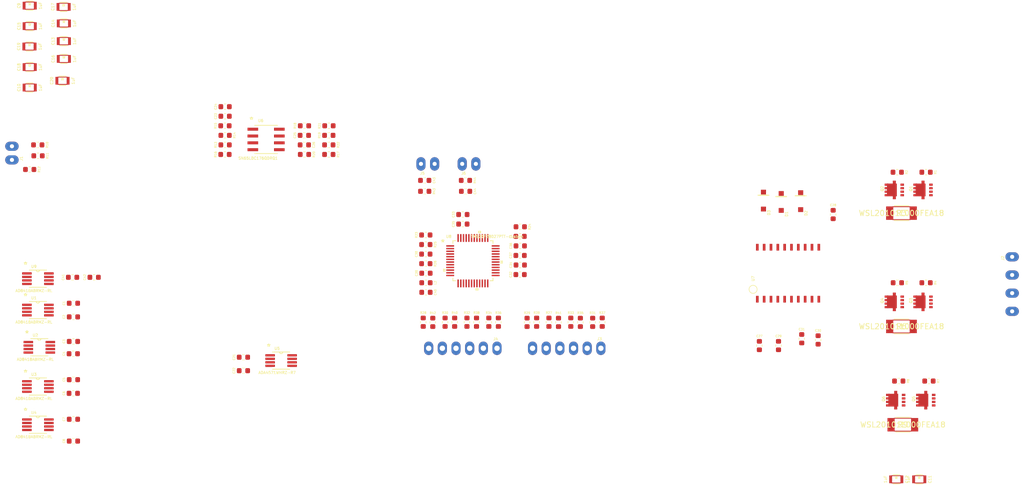
<source format=kicad_pcb>
(kicad_pcb (version 20171130) (host pcbnew "(5.1.5)-3")
  (layers (0 F.Cu signal) (31 B.Cu signal) (34 B.Paste user) (35 F.Paste user) (36 B.SilkS user) (37 F.SilkS user) (38 B.Mask user) (39 F.Mask user) (44 Edge.Cuts user))
  (net 0 "")
  (net 1 /5.0V)
  (net 2 /I_sense_p1)
  (net 3 /I_sense_p2)
  (net 4 /I_sense_p3)
  (net 5 /I_sense_n3)
  (net 6 /I_sense_n2)
  (net 7 /I_sense_n1)
  (net 8 /nEN)
  (net 9 /CLK)
  (net 10 /MOSI)
  (net 11 /MISO)
  (net 12 /F28027/JTAG_nTRST)
  (net 13 /F28027/JTAG_TDI)
  (net 14 /F28027/JTAG_TMS)
  (net 15 /F28027/JTAG_TDO)
  (net 16 /F28027/JTAG_TCK)
  (net 17 "Net-(Q1-Pad2)")
  (net 18 "Net-(Q2-Pad2)")
  (net 19 "Net-(Q3-Pad2)")
  (net 20 "Net-(Q4-Pad2)")
  (net 21 "Net-(Q5-Pad2)")
  (net 22 "Net-(Q6-Pad2)")
  (net 23 /GH_1)
  (net 24 /GL_1)
  (net 25 /GH_2)
  (net 26 /GL_2)
  (net 27 /GH_3)
  (net 28 /GL_3)
  (net 29 /DEnRE)
  (net 30 "Net-(R15-Pad2)")
  (net 31 /UART_RX)
  (net 32 "Net-(R16-Pad2)")
  (net 33 /UART_TX)
  (net 34 /I_sense_2)
  (net 35 /I_sense_3)
  (net 36 /IDC_sense)
  (net 37 /VDC_sense)
  (net 38 /cos)
  (net 39 /sin)
  (net 40 /LS_3)
  (net 41 /HS_3)
  (net 42 /LS_2)
  (net 43 /HS_2)
  (net 44 /LS_1)
  (net 45 /HS_1)
  (net 46 /I_sense_1)
  (net 47 /DC_neg)
  (net 48 /DC_pos)
  (net 49 /VDC_sense_p)
  (net 50 /DC_Link_Input/GND)
  (net 51 /DC_Link_Input/5.0V)
  (net 52 /chip_reset)
  (net 53 "Net-(R23-Pad2)")
  (net 54 "Net-(R24-Pad2)")
  (net 55 "Net-(R33-Pad1)")
  (net 56 "Net-(R34-Pad1)")
  (net 57 /GND)
  (net 58 "Net-(R27-Pad1)")
  (net 59 "Net-(R28-Pad1)")
  (net 60 "Net-(R29-Pad1)")
  (net 61 "Net-(R30-Pad1)")
  (net 62 "Net-(R31-Pad1)")
  (net 63 "Net-(R32-Pad1)")
  (net 64 /therm_1)
  (net 65 /therm_2)
  (net 66 "Net-(C29-Pad1)")
  (net 67 "Net-(C37-Pad1)")
  (net 68 /IDC_sense_p)
  (net 69 /phase_shield)
  (net 70 "Net-(C25-Pad1)")
  (net 71 "Net-(C26-Pad2)")
  (net 72 "Net-(C30-Pad1)")
  (net 73 "Net-(C31-Pad1)")
  (net 74 "Net-(C39-Pad1)")
  (module motor_drive_footprints:4pos_338 (layer F.Cu) (at 249.428 109.474 270)
    (fp_text reference J2 (at 0.25 1.75 90) (layer F.SilkS) (effects (font (size 0.5 0.5) (thickness 0.1))))
    (fp_text value Conn_01x04)
    (pad 4 thru_hole oval (at 10.14 0 270) (size 1.7 2.5) (drill 0.762) (layers *.Cu *.Mask) (net 69 /phase_shield))
    (pad 3 thru_hole oval (at 6.76 0 270) (size 1.7 2.5) (drill 0.762) (layers *.Cu *.Mask) (net 5 /I_sense_n3))
    (pad 2 thru_hole oval (at 3.38 0 270) (size 1.7 2.5) (drill 0.762) (layers *.Cu *.Mask) (net 6 /I_sense_n2))
    (pad 1 thru_hole oval (at 0 0 270) (size 1.7 2.5) (drill 0.762) (layers *.Cu *.Mask) (net 7 /I_sense_n1))
  )
  (module motor_drive_footprints:gen_0805 (layer F.Cu) (at 227.886 150.876 180)
    (fp_text reference C12 (at -2 0 90) (layer F.SilkS) (effects (font (size 0.5 0.5) (thickness 0.1))))
    (fp_text value 1uF (at 2 0 90) (layer F.SilkS) (effects (font (size 0.5 0.5) (thickness 0.1))))
    (fp_text user * (at 0 0) (layer F.SilkS))
    (fp_line (start -0.8509 -0.6731) (end 0.8509 -0.6731) (layer F.Cu) (width 0.1524))
    (fp_line (start 0.8509 -0.6731) (end 0.8509 0.6731) (layer F.Cu) (width 0.1524))
    (fp_line (start 0.8509 0.6731) (end -0.8509 0.6731) (layer F.Cu) (width 0.1524))
    (fp_line (start -0.8509 0.6731) (end -0.8509 -0.6731) (layer F.Cu) (width 0.1524))
    (pad 1 smd rect (at -1.1049 0 180) (size 0.4064 1.4478) (layers F.Cu F.Paste F.Mask) (net 69 /phase_shield))
    (pad 2 smd rect (at 1.1049 0 180) (size 0.4064 1.4478) (layers F.Cu F.Paste F.Mask) (net 47 /DC_neg))
  )
  (module motor_drive_footprints:gen_0805 (layer F.Cu) (at 232.156 150.876 180)
    (fp_text reference C11 (at -2 0 90) (layer F.SilkS) (effects (font (size 0.5 0.5) (thickness 0.1))))
    (fp_text value 1uF (at 2 0 90) (layer F.SilkS) (effects (font (size 0.5 0.5) (thickness 0.1))))
    (fp_text user * (at 0 0) (layer F.SilkS))
    (fp_line (start -0.8509 -0.6731) (end 0.8509 -0.6731) (layer F.Cu) (width 0.1524))
    (fp_line (start 0.8509 -0.6731) (end 0.8509 0.6731) (layer F.Cu) (width 0.1524))
    (fp_line (start 0.8509 0.6731) (end -0.8509 0.6731) (layer F.Cu) (width 0.1524))
    (fp_line (start -0.8509 0.6731) (end -0.8509 -0.6731) (layer F.Cu) (width 0.1524))
    (pad 1 smd rect (at -1.1049 0 180) (size 0.4064 1.4478) (layers F.Cu F.Paste F.Mask) (net 48 /DC_pos))
    (pad 2 smd rect (at 1.1049 0 180) (size 0.4064 1.4478) (layers F.Cu F.Paste F.Mask) (net 69 /phase_shield))
  )
  (module motor_drive_footprints:C_0603_1608Metric (layer F.Cu) (at 147.828 97.282 180)
    (fp_text reference C44 (at -1.75 0 90) (layer F.SilkS) (effects (font (size 0.4 0.4) (thickness 0.08))))
    (fp_text value C)
    (pad 2 smd roundrect (at 0.7875 0 180) (size 0.875 0.95) (layers F.Cu F.Paste F.Mask) (net 57 /GND))
    (pad 1 smd roundrect (at -0.7875 0 180) (size 0.875 0.95) (layers F.Cu F.Paste F.Mask) (net 65 /therm_2))
  )
  (module motor_drive_footprints:C_0603_1608Metric (layer F.Cu) (at 140.2335 95.25 180)
    (fp_text reference C43 (at -1.75 0 90) (layer F.SilkS) (effects (font (size 0.4 0.4) (thickness 0.08))))
    (fp_text value C)
    (pad 2 smd roundrect (at 0.7875 0 180) (size 0.875 0.95) (layers F.Cu F.Paste F.Mask) (net 57 /GND))
    (pad 1 smd roundrect (at -0.7875 0 180) (size 0.875 0.95) (layers F.Cu F.Paste F.Mask) (net 64 /therm_1))
  )
  (module motor_drive_footprints:C_0603_1608Metric (layer F.Cu) (at 78.782 113.284)
    (fp_text reference C42 (at -1.75 0 90) (layer F.SilkS) (effects (font (size 0.4 0.4) (thickness 0.08))))
    (fp_text value 0.01uF)
    (pad 2 smd roundrect (at 0.7875 0) (size 0.875 0.95) (layers F.Cu F.Paste F.Mask) (net 1 /5.0V))
    (pad 1 smd roundrect (at -0.7875 0) (size 0.875 0.95) (layers F.Cu F.Paste F.Mask) (net 57 /GND))
  )
  (module motor_drive_footprints:C_0603_1608Metric (layer F.Cu) (at 74.772 113.284)
    (fp_text reference C41 (at -1.75 0 90) (layer F.SilkS) (effects (font (size 0.4 0.4) (thickness 0.08))))
    (fp_text value 1uF)
    (pad 2 smd roundrect (at 0.7875 0) (size 0.875 0.95) (layers F.Cu F.Paste F.Mask) (net 1 /5.0V))
    (pad 1 smd roundrect (at -0.7875 0) (size 0.875 0.95) (layers F.Cu F.Paste F.Mask) (net 57 /GND))
  )
  (module motor_drive_footprints:C_0603_1608Metric (layer F.Cu) (at 140.462 116.078 180)
    (fp_text reference C40 (at -1.75 0 90) (layer F.SilkS) (effects (font (size 0.4 0.4) (thickness 0.08))))
    (fp_text value 1uF)
    (pad 2 smd roundrect (at 0.7875 0 180) (size 0.875 0.95) (layers F.Cu F.Paste F.Mask) (net 57 /GND))
    (pad 1 smd roundrect (at -0.7875 0 180) (size 0.875 0.95) (layers F.Cu F.Paste F.Mask) (net 1 /5.0V))
  )
  (module motor_drive_footprints:C_0603_1608Metric (layer F.Cu) (at 140.462 112.522)
    (fp_text reference C39 (at -1.75 0 90) (layer F.SilkS) (effects (font (size 0.4 0.4) (thickness 0.08))))
    (fp_text value 4.7uF)
    (pad 2 smd roundrect (at 0.7875 0) (size 0.875 0.95) (layers F.Cu F.Paste F.Mask) (net 57 /GND))
    (pad 1 smd roundrect (at -0.7875 0) (size 0.875 0.95) (layers F.Cu F.Paste F.Mask) (net 74 "Net-(C39-Pad1)"))
  )
  (module motor_drive_footprints:C_0603_1608Metric (layer F.Cu) (at 140.4365 108.966)
    (fp_text reference C38 (at -1.75 0 90) (layer F.SilkS) (effects (font (size 0.4 0.4) (thickness 0.08))))
    (fp_text value 100pF)
    (pad 2 smd roundrect (at 0.7875 0) (size 0.875 0.95) (layers F.Cu F.Paste F.Mask) (net 52 /chip_reset))
    (pad 1 smd roundrect (at -0.7875 0) (size 0.875 0.95) (layers F.Cu F.Paste F.Mask) (net 57 /GND))
  )
  (module motor_drive_footprints:C_0603_1608Metric (layer F.Cu) (at 157.9625 109.22)
    (fp_text reference C37 (at -1.75 0 90) (layer F.SilkS) (effects (font (size 0.4 0.4) (thickness 0.08))))
    (fp_text value 1uF)
    (pad 2 smd roundrect (at 0.7875 0) (size 0.875 0.95) (layers F.Cu F.Paste F.Mask) (net 57 /GND))
    (pad 1 smd roundrect (at -0.7875 0) (size 0.875 0.95) (layers F.Cu F.Paste F.Mask) (net 67 "Net-(C37-Pad1)"))
  )
  (module motor_drive_footprints:C_0603_1608Metric (layer F.Cu) (at 157.988 107.442)
    (fp_text reference C36 (at -1.75 0 90) (layer F.SilkS) (effects (font (size 0.4 0.4) (thickness 0.08))))
    (fp_text value 4.7uF)
    (pad 2 smd roundrect (at 0.7875 0) (size 0.875 0.95) (layers F.Cu F.Paste F.Mask) (net 57 /GND))
    (pad 1 smd roundrect (at -0.7875 0) (size 0.875 0.95) (layers F.Cu F.Paste F.Mask) (net 1 /5.0V))
  )
  (module motor_drive_footprints:gen_0805 (layer F.Cu) (at 72.898 76.708)
    (fp_text reference C20 (at -2 0 90) (layer F.SilkS) (effects (font (size 0.5 0.5) (thickness 0.1))))
    (fp_text value 1uF (at 2 0 90) (layer F.SilkS) (effects (font (size 0.5 0.5) (thickness 0.1))))
    (fp_text user * (at 0 0) (layer F.SilkS))
    (fp_line (start -0.8509 -0.6731) (end 0.8509 -0.6731) (layer F.Cu) (width 0.1524))
    (fp_line (start 0.8509 -0.6731) (end 0.8509 0.6731) (layer F.Cu) (width 0.1524))
    (fp_line (start 0.8509 0.6731) (end -0.8509 0.6731) (layer F.Cu) (width 0.1524))
    (fp_line (start -0.8509 0.6731) (end -0.8509 -0.6731) (layer F.Cu) (width 0.1524))
    (pad 1 smd rect (at -1.1049 0) (size 0.4064 1.4478) (layers F.Cu F.Paste F.Mask) (net 51 /DC_Link_Input/5.0V))
    (pad 2 smd rect (at 1.1049 0) (size 0.4064 1.4478) (layers F.Cu F.Paste F.Mask) (net 50 /DC_Link_Input/GND))
  )
  (module motor_drive_footprints:gen_0805 (layer F.Cu) (at 66.76 70.34)
    (fp_text reference C19 (at -2 0 90) (layer F.SilkS) (effects (font (size 0.5 0.5) (thickness 0.1))))
    (fp_text value 1uF (at 2 0 90) (layer F.SilkS) (effects (font (size 0.5 0.5) (thickness 0.1))))
    (fp_text user * (at 0 0) (layer F.SilkS))
    (fp_line (start -0.8509 -0.6731) (end 0.8509 -0.6731) (layer F.Cu) (width 0.1524))
    (fp_line (start 0.8509 -0.6731) (end 0.8509 0.6731) (layer F.Cu) (width 0.1524))
    (fp_line (start 0.8509 0.6731) (end -0.8509 0.6731) (layer F.Cu) (width 0.1524))
    (fp_line (start -0.8509 0.6731) (end -0.8509 -0.6731) (layer F.Cu) (width 0.1524))
    (pad 1 smd rect (at -1.1049 0) (size 0.4064 1.4478) (layers F.Cu F.Paste F.Mask) (net 51 /DC_Link_Input/5.0V))
    (pad 2 smd rect (at 1.1049 0) (size 0.4064 1.4478) (layers F.Cu F.Paste F.Mask) (net 50 /DC_Link_Input/GND))
  )
  (module motor_drive_footprints:gen_0805 (layer F.Cu) (at 66.802 74.168)
    (fp_text reference C18 (at -2 0 90) (layer F.SilkS) (effects (font (size 0.5 0.5) (thickness 0.1))))
    (fp_text value 1uF (at 2 0 90) (layer F.SilkS) (effects (font (size 0.5 0.5) (thickness 0.1))))
    (fp_text user * (at 0 0) (layer F.SilkS))
    (fp_line (start -0.8509 -0.6731) (end 0.8509 -0.6731) (layer F.Cu) (width 0.1524))
    (fp_line (start 0.8509 -0.6731) (end 0.8509 0.6731) (layer F.Cu) (width 0.1524))
    (fp_line (start 0.8509 0.6731) (end -0.8509 0.6731) (layer F.Cu) (width 0.1524))
    (fp_line (start -0.8509 0.6731) (end -0.8509 -0.6731) (layer F.Cu) (width 0.1524))
    (pad 1 smd rect (at -1.1049 0) (size 0.4064 1.4478) (layers F.Cu F.Paste F.Mask) (net 51 /DC_Link_Input/5.0V))
    (pad 2 smd rect (at 1.1049 0) (size 0.4064 1.4478) (layers F.Cu F.Paste F.Mask) (net 50 /DC_Link_Input/GND))
  )
  (module motor_drive_footprints:gen_0805 (layer F.Cu) (at 73.106 62.962)
    (fp_text reference C17 (at -2 0 90) (layer F.SilkS) (effects (font (size 0.5 0.5) (thickness 0.1))))
    (fp_text value 1uF (at 2 0 90) (layer F.SilkS) (effects (font (size 0.5 0.5) (thickness 0.1))))
    (fp_text user * (at 0 0) (layer F.SilkS))
    (fp_line (start -0.8509 -0.6731) (end 0.8509 -0.6731) (layer F.Cu) (width 0.1524))
    (fp_line (start 0.8509 -0.6731) (end 0.8509 0.6731) (layer F.Cu) (width 0.1524))
    (fp_line (start 0.8509 0.6731) (end -0.8509 0.6731) (layer F.Cu) (width 0.1524))
    (fp_line (start -0.8509 0.6731) (end -0.8509 -0.6731) (layer F.Cu) (width 0.1524))
    (pad 1 smd rect (at -1.1049 0) (size 0.4064 1.4478) (layers F.Cu F.Paste F.Mask) (net 51 /DC_Link_Input/5.0V))
    (pad 2 smd rect (at 1.1049 0) (size 0.4064 1.4478) (layers F.Cu F.Paste F.Mask) (net 50 /DC_Link_Input/GND))
  )
  (module motor_drive_footprints:gen_0805 (layer F.Cu) (at 73.152 72.644)
    (fp_text reference C16 (at -2 0 90) (layer F.SilkS) (effects (font (size 0.5 0.5) (thickness 0.1))))
    (fp_text value 1uF (at 2 0 90) (layer F.SilkS) (effects (font (size 0.5 0.5) (thickness 0.1))))
    (fp_text user * (at 0 0) (layer F.SilkS))
    (fp_line (start -0.8509 -0.6731) (end 0.8509 -0.6731) (layer F.Cu) (width 0.1524))
    (fp_line (start 0.8509 -0.6731) (end 0.8509 0.6731) (layer F.Cu) (width 0.1524))
    (fp_line (start 0.8509 0.6731) (end -0.8509 0.6731) (layer F.Cu) (width 0.1524))
    (fp_line (start -0.8509 0.6731) (end -0.8509 -0.6731) (layer F.Cu) (width 0.1524))
    (pad 1 smd rect (at -1.1049 0) (size 0.4064 1.4478) (layers F.Cu F.Paste F.Mask) (net 51 /DC_Link_Input/5.0V))
    (pad 2 smd rect (at 1.1049 0) (size 0.4064 1.4478) (layers F.Cu F.Paste F.Mask) (net 50 /DC_Link_Input/GND))
  )
  (module motor_drive_footprints:gen_0805 (layer F.Cu) (at 66.802 66.548)
    (fp_text reference C15 (at -2 0 90) (layer F.SilkS) (effects (font (size 0.5 0.5) (thickness 0.1))))
    (fp_text value 1uF (at 2 0 90) (layer F.SilkS) (effects (font (size 0.5 0.5) (thickness 0.1))))
    (fp_text user * (at 0 0) (layer F.SilkS))
    (fp_line (start -0.8509 -0.6731) (end 0.8509 -0.6731) (layer F.Cu) (width 0.1524))
    (fp_line (start 0.8509 -0.6731) (end 0.8509 0.6731) (layer F.Cu) (width 0.1524))
    (fp_line (start 0.8509 0.6731) (end -0.8509 0.6731) (layer F.Cu) (width 0.1524))
    (fp_line (start -0.8509 0.6731) (end -0.8509 -0.6731) (layer F.Cu) (width 0.1524))
    (pad 1 smd rect (at -1.1049 0) (size 0.4064 1.4478) (layers F.Cu F.Paste F.Mask) (net 51 /DC_Link_Input/5.0V))
    (pad 2 smd rect (at 1.1049 0) (size 0.4064 1.4478) (layers F.Cu F.Paste F.Mask) (net 50 /DC_Link_Input/GND))
  )
  (module motor_drive_footprints:gen_0805 (layer F.Cu) (at 73.152 66.04)
    (fp_text reference C14 (at -2 0 90) (layer F.SilkS) (effects (font (size 0.5 0.5) (thickness 0.1))))
    (fp_text value 1uF (at 2 0 90) (layer F.SilkS) (effects (font (size 0.5 0.5) (thickness 0.1))))
    (fp_text user * (at 0 0) (layer F.SilkS))
    (fp_line (start -0.8509 -0.6731) (end 0.8509 -0.6731) (layer F.Cu) (width 0.1524))
    (fp_line (start 0.8509 -0.6731) (end 0.8509 0.6731) (layer F.Cu) (width 0.1524))
    (fp_line (start 0.8509 0.6731) (end -0.8509 0.6731) (layer F.Cu) (width 0.1524))
    (fp_line (start -0.8509 0.6731) (end -0.8509 -0.6731) (layer F.Cu) (width 0.1524))
    (pad 1 smd rect (at -1.1049 0) (size 0.4064 1.4478) (layers F.Cu F.Paste F.Mask) (net 51 /DC_Link_Input/5.0V))
    (pad 2 smd rect (at 1.1049 0) (size 0.4064 1.4478) (layers F.Cu F.Paste F.Mask) (net 50 /DC_Link_Input/GND))
  )
  (module motor_drive_footprints:gen_0805 (layer F.Cu) (at 73.152 69.342)
    (fp_text reference C13 (at -2 0 90) (layer F.SilkS) (effects (font (size 0.5 0.5) (thickness 0.1))))
    (fp_text value 1uF (at 2 0 90) (layer F.SilkS) (effects (font (size 0.5 0.5) (thickness 0.1))))
    (fp_text user * (at 0 0) (layer F.SilkS))
    (fp_line (start -0.8509 -0.6731) (end 0.8509 -0.6731) (layer F.Cu) (width 0.1524))
    (fp_line (start 0.8509 -0.6731) (end 0.8509 0.6731) (layer F.Cu) (width 0.1524))
    (fp_line (start 0.8509 0.6731) (end -0.8509 0.6731) (layer F.Cu) (width 0.1524))
    (fp_line (start -0.8509 0.6731) (end -0.8509 -0.6731) (layer F.Cu) (width 0.1524))
    (pad 1 smd rect (at -1.1049 0) (size 0.4064 1.4478) (layers F.Cu F.Paste F.Mask) (net 51 /DC_Link_Input/5.0V))
    (pad 2 smd rect (at 1.1049 0) (size 0.4064 1.4478) (layers F.Cu F.Paste F.Mask) (net 50 /DC_Link_Input/GND))
  )
  (module motor_drive_footprints:gen_0805 (layer F.Cu) (at 66.802 77.978)
    (fp_text reference C10 (at -2 0 90) (layer F.SilkS) (effects (font (size 0.5 0.5) (thickness 0.1))))
    (fp_text value 1uF (at 2 0 90) (layer F.SilkS) (effects (font (size 0.5 0.5) (thickness 0.1))))
    (fp_text user * (at 0 0) (layer F.SilkS))
    (fp_line (start -0.8509 -0.6731) (end 0.8509 -0.6731) (layer F.Cu) (width 0.1524))
    (fp_line (start 0.8509 -0.6731) (end 0.8509 0.6731) (layer F.Cu) (width 0.1524))
    (fp_line (start 0.8509 0.6731) (end -0.8509 0.6731) (layer F.Cu) (width 0.1524))
    (fp_line (start -0.8509 0.6731) (end -0.8509 -0.6731) (layer F.Cu) (width 0.1524))
    (pad 1 smd rect (at -1.1049 0) (size 0.4064 1.4478) (layers F.Cu F.Paste F.Mask) (net 51 /DC_Link_Input/5.0V))
    (pad 2 smd rect (at 1.1049 0) (size 0.4064 1.4478) (layers F.Cu F.Paste F.Mask) (net 50 /DC_Link_Input/GND))
  )
  (module motor_drive_footprints:gen_0805 (layer F.Cu) (at 66.802 62.738)
    (fp_text reference C9 (at -2 0 90) (layer F.SilkS) (effects (font (size 0.5 0.5) (thickness 0.1))))
    (fp_text value 1uF (at 2 0 90) (layer F.SilkS) (effects (font (size 0.5 0.5) (thickness 0.1))))
    (fp_text user * (at 0 0) (layer F.SilkS))
    (fp_line (start -0.8509 -0.6731) (end 0.8509 -0.6731) (layer F.Cu) (width 0.1524))
    (fp_line (start 0.8509 -0.6731) (end 0.8509 0.6731) (layer F.Cu) (width 0.1524))
    (fp_line (start 0.8509 0.6731) (end -0.8509 0.6731) (layer F.Cu) (width 0.1524))
    (fp_line (start -0.8509 0.6731) (end -0.8509 -0.6731) (layer F.Cu) (width 0.1524))
    (pad 1 smd rect (at -1.1049 0) (size 0.4064 1.4478) (layers F.Cu F.Paste F.Mask) (net 51 /DC_Link_Input/5.0V))
    (pad 2 smd rect (at 1.1049 0) (size 0.4064 1.4478) (layers F.Cu F.Paste F.Mask) (net 50 /DC_Link_Input/GND))
  )
  (module motor_drive_footprints:WSL20101L000FEA18 (layer F.Cu) (at 229.108 140.716)
    (fp_text reference R9 (at 0 0) (layer F.SilkS))
    (fp_text value WSL20101L000FEA18 (at 0 0) (layer F.SilkS))
    (fp_text user * (at 0 0) (layer F.SilkS))
    (fp_line (start -1.599197 -1.199198) (end 1.599197 -1.199198) (layer F.Cu) (width 0.1524))
    (fp_line (start 1.599197 -1.199198) (end 1.599197 1.199198) (layer F.Cu) (width 0.1524))
    (fp_line (start 1.599197 1.199198) (end -1.599197 1.199198) (layer F.Cu) (width 0.1524))
    (fp_line (start -1.599197 1.199198) (end -1.599197 -1.199198) (layer F.Cu) (width 0.1524))
    (pad 1 smd rect (at -2.252796 0) (size 1.205598 2.499995) (layers F.Cu F.Paste F.Mask) (net 5 /I_sense_n3))
    (pad 2 smd rect (at 2.252796 0) (size 1.205598 2.499995) (layers F.Cu F.Paste F.Mask) (net 4 /I_sense_p3))
  )
  (module motor_drive_footprints:WSL20101L000FEA18 (layer F.Cu) (at 228.854 122.428)
    (fp_text reference R6 (at 0 0) (layer F.SilkS))
    (fp_text value WSL20101L000FEA18 (at 0 0) (layer F.SilkS))
    (fp_text user * (at 0 0) (layer F.SilkS))
    (fp_line (start -1.599197 -1.199198) (end 1.599197 -1.199198) (layer F.Cu) (width 0.1524))
    (fp_line (start 1.599197 -1.199198) (end 1.599197 1.199198) (layer F.Cu) (width 0.1524))
    (fp_line (start 1.599197 1.199198) (end -1.599197 1.199198) (layer F.Cu) (width 0.1524))
    (fp_line (start -1.599197 1.199198) (end -1.599197 -1.199198) (layer F.Cu) (width 0.1524))
    (pad 1 smd rect (at -2.252796 0) (size 1.205598 2.499995) (layers F.Cu F.Paste F.Mask) (net 6 /I_sense_n2))
    (pad 2 smd rect (at 2.252796 0) (size 1.205598 2.499995) (layers F.Cu F.Paste F.Mask) (net 3 /I_sense_p2))
  )
  (module motor_drive_footprints:WSL20101L000FEA18 (layer F.Cu) (at 228.854 101.346)
    (fp_text reference R3 (at 0 0) (layer F.SilkS))
    (fp_text value WSL20101L000FEA18 (at 0 0) (layer F.SilkS))
    (fp_text user * (at 0 0) (layer F.SilkS))
    (fp_line (start -1.599197 -1.199198) (end 1.599197 -1.199198) (layer F.Cu) (width 0.1524))
    (fp_line (start 1.599197 -1.199198) (end 1.599197 1.199198) (layer F.Cu) (width 0.1524))
    (fp_line (start 1.599197 1.199198) (end -1.599197 1.199198) (layer F.Cu) (width 0.1524))
    (fp_line (start -1.599197 1.199198) (end -1.599197 -1.199198) (layer F.Cu) (width 0.1524))
    (pad 1 smd rect (at -2.252796 0) (size 1.205598 2.499995) (layers F.Cu F.Paste F.Mask) (net 7 /I_sense_n1))
    (pad 2 smd rect (at 2.252796 0) (size 1.205598 2.499995) (layers F.Cu F.Paste F.Mask) (net 2 /I_sense_p1))
  )
  (module motor_drive_footprints:C_0603_1608Metric (layer F.Cu) (at 147.8025 95.25 180)
    (fp_text reference R44 (at -1.75 0 90) (layer F.SilkS) (effects (font (size 0.4 0.4) (thickness 0.08))))
    (fp_text value R)
    (pad 2 smd roundrect (at 0.7875 0 180) (size 0.875 0.95) (layers F.Cu F.Paste F.Mask) (net 57 /GND))
    (pad 1 smd roundrect (at -0.7875 0 180) (size 0.875 0.95) (layers F.Cu F.Paste F.Mask) (net 65 /therm_2))
  )
  (module motor_drive_footprints:C_0603_1608Metric (layer F.Cu) (at 140.2335 97.282 180)
    (fp_text reference R43 (at -1.75 0 90) (layer F.SilkS) (effects (font (size 0.4 0.4) (thickness 0.08))))
    (fp_text value R)
    (pad 2 smd roundrect (at 0.7875 0 180) (size 0.875 0.95) (layers F.Cu F.Paste F.Mask) (net 57 /GND))
    (pad 1 smd roundrect (at -0.7875 0 180) (size 0.875 0.95) (layers F.Cu F.Paste F.Mask) (net 64 /therm_1))
  )
  (module motor_drive_footprints:2pos_254 (layer F.Cu) (at 147.2 92.182)
    (fp_text reference J6 (at 0.25 1.75) (layer F.SilkS) (effects (font (size 0.5 0.5) (thickness 0.1))))
    (fp_text value Conn_01x02)
    (pad 2 thru_hole oval (at 2.54 0) (size 1.7 2.5) (drill 0.762) (layers *.Cu *.Mask) (net 65 /therm_2))
    (pad 1 thru_hole oval (at 0 0) (size 1.7 2.5) (drill 0.762) (layers *.Cu *.Mask) (net 1 /5.0V))
  )
  (module motor_drive_footprints:2pos_254 (layer F.Cu) (at 139.534 92.182)
    (fp_text reference J5 (at 0.25 1.75) (layer F.SilkS) (effects (font (size 0.5 0.5) (thickness 0.1))))
    (fp_text value Conn_01x02)
    (pad 2 thru_hole oval (at 2.54 0) (size 1.7 2.5) (drill 0.762) (layers *.Cu *.Mask) (net 64 /therm_1))
    (pad 1 thru_hole oval (at 0 0) (size 1.7 2.5) (drill 0.762) (layers *.Cu *.Mask) (net 1 /5.0V))
  )
  (module motor_drive_footprints:C_0603_1608Metric (layer F.Cu) (at 147.32 103.378)
    (fp_text reference C35 (at -1.75 0 90) (layer F.SilkS) (effects (font (size 0.4 0.4) (thickness 0.08))))
    (fp_text value 0.01uF)
    (pad 2 smd roundrect (at 0.7875 0) (size 0.875 0.95) (layers F.Cu F.Paste F.Mask) (net 57 /GND))
    (pad 1 smd roundrect (at -0.7875 0) (size 0.875 0.95) (layers F.Cu F.Paste F.Mask) (net 1 /5.0V))
  )
  (module motor_drive_footprints:C_0603_1608Metric (layer F.Cu) (at 157.988 110.998)
    (fp_text reference C34 (at -1.75 0 90) (layer F.SilkS) (effects (font (size 0.4 0.4) (thickness 0.08))))
    (fp_text value 0.01uF)
    (pad 2 smd roundrect (at 0.7875 0) (size 0.875 0.95) (layers F.Cu F.Paste F.Mask) (net 57 /GND))
    (pad 1 smd roundrect (at -0.7875 0) (size 0.875 0.95) (layers F.Cu F.Paste F.Mask) (net 1 /5.0V))
  )
  (module motor_drive_footprints:C_0603_1608Metric (layer F.Cu) (at 117.8815 85.09)
    (fp_text reference R18 (at -1.75 0 90) (layer F.SilkS) (effects (font (size 0.4 0.4) (thickness 0.08))))
    (fp_text value 680)
    (pad 2 smd roundrect (at 0.7875 0) (size 0.875 0.95) (layers F.Cu F.Paste F.Mask) (net 1 /5.0V))
    (pad 1 smd roundrect (at -0.7875 0) (size 0.875 0.95) (layers F.Cu F.Paste F.Mask) (net 70 "Net-(C25-Pad1)"))
  )
  (module motor_drive_footprints:TMS320F28027PTT (layer F.Cu) (at 149.190801 110.194801)
    (fp_text reference U8 (at -4.5 -4.5) (layer F.SilkS) (effects (font (size 0.5 0.5) (thickness 0.1))))
    (fp_text value TMS20F28027PTT-custom (at 4.5 -4.5) (layer F.SilkS) (effects (font (size 0.5 0.5) (thickness 0.1))))
    (fp_text user * (at -5.590601 -3.381) (layer F.SilkS))
    (fp_text user * (at -5.590601 -3.381) (layer F.SilkS))
    (pad 1 smd rect (at -4.225 -2.75 90) (size 0.27 1.4612) (layers F.Cu F.Paste F.Mask) (net 33 /UART_TX))
    (pad 2 smd rect (at -4.225 -2.250001 90) (size 0.27 1.4612) (layers F.Cu F.Paste F.Mask) (net 53 "Net-(R23-Pad2)"))
    (pad 3 smd rect (at -4.225 -1.749999 90) (size 0.27 1.4612) (layers F.Cu F.Paste F.Mask) (net 52 /chip_reset))
    (pad 4 smd rect (at -4.225 -1.25 90) (size 0.27 1.4612) (layers F.Cu F.Paste F.Mask) (net 46 /I_sense_1))
    (pad 5 smd rect (at -4.225 -0.750001 90) (size 0.27 1.4612) (layers F.Cu F.Paste F.Mask) (net 34 /I_sense_2))
    (pad 6 smd rect (at -4.225 -0.25 90) (size 0.27 1.4612) (layers F.Cu F.Paste F.Mask) (net 35 /I_sense_3))
    (pad 7 smd rect (at -4.225 0.25 90) (size 0.27 1.4612) (layers F.Cu F.Paste F.Mask) (net 36 /IDC_sense))
    (pad 8 smd rect (at -4.225 0.750001 90) (size 0.27 1.4612) (layers F.Cu F.Paste F.Mask) (net 37 /VDC_sense))
    (pad 9 smd rect (at -4.225 1.25 90) (size 0.27 1.4612) (layers F.Cu F.Paste F.Mask) (net 39 /sin))
    (pad 10 smd rect (at -4.225 1.749999 90) (size 0.27 1.4612) (layers F.Cu F.Paste F.Mask) (net 38 /cos))
    (pad 11 smd rect (at -4.225 2.250001 90) (size 0.27 1.4612) (layers F.Cu F.Paste F.Mask) (net 74 "Net-(C39-Pad1)"))
    (pad 12 smd rect (at -4.225 2.75 90) (size 0.27 1.4612) (layers F.Cu F.Paste F.Mask) (net 57 /GND))
    (pad 13 smd rect (at -2.75 4.225) (size 0.27 1.4612) (layers F.Cu F.Paste F.Mask) (net 46 /I_sense_1))
    (pad 14 smd rect (at -2.250001 4.225) (size 0.27 1.4612) (layers F.Cu F.Paste F.Mask) (net 34 /I_sense_2))
    (pad 15 smd rect (at -1.749999 4.225) (size 0.27 1.4612) (layers F.Cu F.Paste F.Mask) (net 64 /therm_1))
    (pad 16 smd rect (at -1.25 4.225) (size 0.27 1.4612) (layers F.Cu F.Paste F.Mask) (net 65 /therm_2))
    (pad 17 smd rect (at -0.750001 4.225) (size 0.27 1.4612) (layers F.Cu F.Paste F.Mask) (net 39 /sin))
    (pad 18 smd rect (at -0.25 4.225) (size 0.27 1.4612) (layers F.Cu F.Paste F.Mask) (net 38 /cos))
    (pad 19 smd rect (at 0.25 4.225) (size 0.27 1.4612) (layers F.Cu F.Paste F.Mask))
    (pad 20 smd rect (at 0.750001 4.225) (size 0.27 1.4612) (layers F.Cu F.Paste F.Mask) (net 59 "Net-(R28-Pad1)"))
    (pad 21 smd rect (at 1.25 4.225) (size 0.27 1.4612) (layers F.Cu F.Paste F.Mask) (net 61 "Net-(R30-Pad1)"))
    (pad 22 smd rect (at 1.749999 4.225) (size 0.27 1.4612) (layers F.Cu F.Paste F.Mask) (net 63 "Net-(R32-Pad1)"))
    (pad 23 smd rect (at 2.250001 4.225) (size 0.27 1.4612) (layers F.Cu F.Paste F.Mask) (net 56 "Net-(R34-Pad1)"))
    (pad 24 smd rect (at 2.75 4.225) (size 0.27 1.4612) (layers F.Cu F.Paste F.Mask) (net 58 "Net-(R27-Pad1)"))
    (pad 25 smd rect (at 4.225 2.75 90) (size 0.27 1.4612) (layers F.Cu F.Paste F.Mask) (net 60 "Net-(R29-Pad1)"))
    (pad 26 smd rect (at 4.225 2.250001 90) (size 0.27 1.4612) (layers F.Cu F.Paste F.Mask) (net 62 "Net-(R31-Pad1)"))
    (pad 27 smd rect (at 4.225 1.749999 90) (size 0.27 1.4612) (layers F.Cu F.Paste F.Mask) (net 55 "Net-(R33-Pad1)"))
    (pad 28 smd rect (at 4.225 1.25 90) (size 0.27 1.4612) (layers F.Cu F.Paste F.Mask) (net 45 /HS_1))
    (pad 29 smd rect (at 4.225 0.750001 90) (size 0.27 1.4612) (layers F.Cu F.Paste F.Mask) (net 44 /LS_1))
    (pad 30 smd rect (at 4.225 0.25 90) (size 0.27 1.4612) (layers F.Cu F.Paste F.Mask))
    (pad 31 smd rect (at 4.225 -0.25 90) (size 0.27 1.4612) (layers F.Cu F.Paste F.Mask))
    (pad 32 smd rect (at 4.225 -0.750001 90) (size 0.27 1.4612) (layers F.Cu F.Paste F.Mask) (net 1 /5.0V))
    (pad 33 smd rect (at 4.225 -1.25 90) (size 0.27 1.4612) (layers F.Cu F.Paste F.Mask) (net 57 /GND))
    (pad 34 smd rect (at 4.225 -1.749999 90) (size 0.27 1.4612) (layers F.Cu F.Paste F.Mask) (net 54 "Net-(R24-Pad2)"))
    (pad 35 smd rect (at 4.225 -2.250001 90) (size 0.27 1.4612) (layers F.Cu F.Paste F.Mask) (net 67 "Net-(C37-Pad1)"))
    (pad 36 smd rect (at 4.225 -2.75 90) (size 0.27 1.4612) (layers F.Cu F.Paste F.Mask))
    (pad 37 smd rect (at 2.75 -4.225) (size 0.27 1.4612) (layers F.Cu F.Paste F.Mask) (net 43 /HS_2))
    (pad 38 smd rect (at 2.250001 -4.225) (size 0.27 1.4612) (layers F.Cu F.Paste F.Mask) (net 42 /LS_2))
    (pad 39 smd rect (at 1.749999 -4.225) (size 0.27 1.4612) (layers F.Cu F.Paste F.Mask) (net 41 /HS_3))
    (pad 40 smd rect (at 1.25 -4.225) (size 0.27 1.4612) (layers F.Cu F.Paste F.Mask) (net 40 /LS_3))
    (pad 41 smd rect (at 0.750001 -4.225) (size 0.27 1.4612) (layers F.Cu F.Paste F.Mask))
    (pad 42 smd rect (at 0.25 -4.225) (size 0.27 1.4612) (layers F.Cu F.Paste F.Mask))
    (pad 43 smd rect (at -0.25 -4.225) (size 0.27 1.4612) (layers F.Cu F.Paste F.Mask) (net 57 /GND))
    (pad 44 smd rect (at -0.750001 -4.225) (size 0.27 1.4612) (layers F.Cu F.Paste F.Mask) (net 1 /5.0V))
    (pad 45 smd rect (at -1.25 -4.225) (size 0.27 1.4612) (layers F.Cu F.Paste F.Mask))
    (pad 46 smd rect (at -1.749999 -4.225) (size 0.27 1.4612) (layers F.Cu F.Paste F.Mask))
    (pad 47 smd rect (at -2.250001 -4.225) (size 0.27 1.4612) (layers F.Cu F.Paste F.Mask) (net 29 /DEnRE))
    (pad 48 smd rect (at -2.75 -4.225) (size 0.27 1.4612) (layers F.Cu F.Paste F.Mask) (net 31 /UART_RX))
  )
  (module motor_drive_footprints:C_0603_1608Metric (layer F.Cu) (at 202.438 125.984 270)
    (fp_text reference C27 (at -1.75 0) (layer F.SilkS) (effects (font (size 0.4 0.4) (thickness 0.08))))
    (fp_text value 2.2uF)
    (pad 2 smd roundrect (at 0.7875 0 270) (size 0.875 0.95) (layers F.Cu F.Paste F.Mask) (net 57 /GND))
    (pad 1 smd roundrect (at -0.7875 0 270) (size 0.875 0.95) (layers F.Cu F.Paste F.Mask) (net 1 /5.0V))
  )
  (module motor_drive_footprints:C_0603_1608Metric (layer F.Cu) (at 141.732 121.666 270)
    (fp_text reference R42 (at -1.75 0) (layer F.SilkS) (effects (font (size 0.4 0.4) (thickness 0.08))))
    (fp_text value 375)
    (pad 2 smd roundrect (at 0.7875 0 270) (size 0.875 0.95) (layers F.Cu F.Paste F.Mask) (net 13 /F28027/JTAG_TDI))
    (pad 1 smd roundrect (at -0.7875 0 270) (size 0.875 0.95) (layers F.Cu F.Paste F.Mask) (net 59 "Net-(R28-Pad1)"))
  )
  (module motor_drive_footprints:C_0603_1608Metric (layer F.Cu) (at 165.1 121.666 270)
    (fp_text reference R41 (at -1.75 0) (layer F.SilkS) (effects (font (size 0.4 0.4) (thickness 0.08))))
    (fp_text value 375)
    (pad 2 smd roundrect (at 0.7875 0 270) (size 0.875 0.95) (layers F.Cu F.Paste F.Mask) (net 8 /nEN))
    (pad 1 smd roundrect (at -0.7875 0 270) (size 0.875 0.95) (layers F.Cu F.Paste F.Mask) (net 58 "Net-(R27-Pad1)"))
  )
  (module motor_drive_footprints:C_0603_1608Metric (layer F.Cu) (at 145.796 121.6405 270)
    (fp_text reference R40 (at -1.75 0) (layer F.SilkS) (effects (font (size 0.4 0.4) (thickness 0.08))))
    (fp_text value 375)
    (pad 2 smd roundrect (at 0.7875 0 270) (size 0.875 0.95) (layers F.Cu F.Paste F.Mask) (net 14 /F28027/JTAG_TMS))
    (pad 1 smd roundrect (at -0.7875 0 270) (size 0.875 0.95) (layers F.Cu F.Paste F.Mask) (net 61 "Net-(R30-Pad1)"))
  )
  (module motor_drive_footprints:C_0603_1608Metric (layer F.Cu) (at 161.036 121.6405 270)
    (fp_text reference R39 (at -1.75 0) (layer F.SilkS) (effects (font (size 0.4 0.4) (thickness 0.08))))
    (fp_text value 375)
    (pad 2 smd roundrect (at 0.7875 0 270) (size 0.875 0.95) (layers F.Cu F.Paste F.Mask) (net 9 /CLK))
    (pad 1 smd roundrect (at -0.7875 0 270) (size 0.875 0.95) (layers F.Cu F.Paste F.Mask) (net 60 "Net-(R29-Pad1)"))
  )
  (module motor_drive_footprints:C_0603_1608Metric (layer F.Cu) (at 149.86 121.6405 270)
    (fp_text reference R38 (at -1.75 0) (layer F.SilkS) (effects (font (size 0.4 0.4) (thickness 0.08))))
    (fp_text value 375)
    (pad 2 smd roundrect (at 0.7875 0 270) (size 0.875 0.95) (layers F.Cu F.Paste F.Mask) (net 15 /F28027/JTAG_TDO))
    (pad 1 smd roundrect (at -0.7875 0 270) (size 0.875 0.95) (layers F.Cu F.Paste F.Mask) (net 63 "Net-(R32-Pad1)"))
  )
  (module motor_drive_footprints:C_0603_1608Metric (layer F.Cu) (at 173.228 121.6405 270)
    (fp_text reference R37 (at -1.75 0) (layer F.SilkS) (effects (font (size 0.4 0.4) (thickness 0.08))))
    (fp_text value 375)
    (pad 2 smd roundrect (at 0.7875 0 270) (size 0.875 0.95) (layers F.Cu F.Paste F.Mask) (net 11 /MISO))
    (pad 1 smd roundrect (at -0.7875 0 270) (size 0.875 0.95) (layers F.Cu F.Paste F.Mask) (net 62 "Net-(R31-Pad1)"))
  )
  (module motor_drive_footprints:C_0603_1608Metric (layer F.Cu) (at 153.924 121.6405 270)
    (fp_text reference R36 (at -1.75 0) (layer F.SilkS) (effects (font (size 0.4 0.4) (thickness 0.08))))
    (fp_text value 375)
    (pad 2 smd roundrect (at 0.7875 0 270) (size 0.875 0.95) (layers F.Cu F.Paste F.Mask) (net 16 /F28027/JTAG_TCK))
    (pad 1 smd roundrect (at -0.7875 0 270) (size 0.875 0.95) (layers F.Cu F.Paste F.Mask) (net 56 "Net-(R34-Pad1)"))
  )
  (module motor_drive_footprints:C_0603_1608Metric (layer F.Cu) (at 169.164 121.666 270)
    (fp_text reference R35 (at -1.75 0) (layer F.SilkS) (effects (font (size 0.4 0.4) (thickness 0.08))))
    (fp_text value 375)
    (pad 2 smd roundrect (at 0.7875 0 270) (size 0.875 0.95) (layers F.Cu F.Paste F.Mask) (net 10 /MOSI))
    (pad 1 smd roundrect (at -0.7875 0 270) (size 0.875 0.95) (layers F.Cu F.Paste F.Mask) (net 55 "Net-(R33-Pad1)"))
  )
  (module motor_drive_footprints:C_0603_1608Metric (layer F.Cu) (at 152.146 121.6405 270)
    (fp_text reference R34 (at -1.75 0) (layer F.SilkS) (effects (font (size 0.4 0.4) (thickness 0.08))))
    (fp_text value 10k)
    (pad 2 smd roundrect (at 0.7875 0 270) (size 0.875 0.95) (layers F.Cu F.Paste F.Mask) (net 1 /5.0V))
    (pad 1 smd roundrect (at -0.7875 0 270) (size 0.875 0.95) (layers F.Cu F.Paste F.Mask) (net 56 "Net-(R34-Pad1)"))
  )
  (module motor_drive_footprints:C_0603_1608Metric (layer F.Cu) (at 167.386 121.6405 270)
    (fp_text reference R33 (at -1.75 0) (layer F.SilkS) (effects (font (size 0.4 0.4) (thickness 0.08))))
    (fp_text value 10k)
    (pad 2 smd roundrect (at 0.7875 0 270) (size 0.875 0.95) (layers F.Cu F.Paste F.Mask) (net 1 /5.0V))
    (pad 1 smd roundrect (at -0.7875 0 270) (size 0.875 0.95) (layers F.Cu F.Paste F.Mask) (net 55 "Net-(R33-Pad1)"))
  )
  (module motor_drive_footprints:C_0603_1608Metric (layer F.Cu) (at 148.082 121.6405 270)
    (fp_text reference R32 (at -1.75 0) (layer F.SilkS) (effects (font (size 0.4 0.4) (thickness 0.08))))
    (fp_text value 10k)
    (pad 2 smd roundrect (at 0.7875 0 270) (size 0.875 0.95) (layers F.Cu F.Paste F.Mask) (net 1 /5.0V))
    (pad 1 smd roundrect (at -0.7875 0 270) (size 0.875 0.95) (layers F.Cu F.Paste F.Mask) (net 63 "Net-(R32-Pad1)"))
  )
  (module motor_drive_footprints:C_0603_1608Metric (layer F.Cu) (at 171.45 121.666 270)
    (fp_text reference R31 (at -1.75 0) (layer F.SilkS) (effects (font (size 0.4 0.4) (thickness 0.08))))
    (fp_text value 10k)
    (pad 2 smd roundrect (at 0.7875 0 270) (size 0.875 0.95) (layers F.Cu F.Paste F.Mask) (net 1 /5.0V))
    (pad 1 smd roundrect (at -0.7875 0 270) (size 0.875 0.95) (layers F.Cu F.Paste F.Mask) (net 62 "Net-(R31-Pad1)"))
  )
  (module motor_drive_footprints:C_0603_1608Metric (layer F.Cu) (at 144.018 121.6405 270)
    (fp_text reference R30 (at -1.75 0) (layer F.SilkS) (effects (font (size 0.4 0.4) (thickness 0.08))))
    (fp_text value 10k)
    (pad 2 smd roundrect (at 0.7875 0 270) (size 0.875 0.95) (layers F.Cu F.Paste F.Mask) (net 1 /5.0V))
    (pad 1 smd roundrect (at -0.7875 0 270) (size 0.875 0.95) (layers F.Cu F.Paste F.Mask) (net 61 "Net-(R30-Pad1)"))
  )
  (module motor_drive_footprints:C_0603_1608Metric (layer F.Cu) (at 159.258 121.666 270)
    (fp_text reference R29 (at -1.75 0) (layer F.SilkS) (effects (font (size 0.4 0.4) (thickness 0.08))))
    (fp_text value 10k)
    (pad 2 smd roundrect (at 0.7875 0 270) (size 0.875 0.95) (layers F.Cu F.Paste F.Mask) (net 1 /5.0V))
    (pad 1 smd roundrect (at -0.7875 0 270) (size 0.875 0.95) (layers F.Cu F.Paste F.Mask) (net 60 "Net-(R29-Pad1)"))
  )
  (module motor_drive_footprints:C_0603_1608Metric (layer F.Cu) (at 139.954 121.6405 270)
    (fp_text reference R28 (at -1.75 0) (layer F.SilkS) (effects (font (size 0.4 0.4) (thickness 0.08))))
    (fp_text value 10k)
    (pad 2 smd roundrect (at 0.7875 0 270) (size 0.875 0.95) (layers F.Cu F.Paste F.Mask) (net 1 /5.0V))
    (pad 1 smd roundrect (at -0.7875 0 270) (size 0.875 0.95) (layers F.Cu F.Paste F.Mask) (net 59 "Net-(R28-Pad1)"))
  )
  (module motor_drive_footprints:C_0603_1608Metric (layer F.Cu) (at 163.322 121.6405 270)
    (fp_text reference R27 (at -1.75 0) (layer F.SilkS) (effects (font (size 0.4 0.4) (thickness 0.08))))
    (fp_text value 10k)
    (pad 2 smd roundrect (at 0.7875 0 270) (size 0.875 0.95) (layers F.Cu F.Paste F.Mask) (net 1 /5.0V))
    (pad 1 smd roundrect (at -0.7875 0 270) (size 0.875 0.95) (layers F.Cu F.Paste F.Mask) (net 58 "Net-(R27-Pad1)"))
  )
  (module motor_drive_footprints:C_0603_1608Metric (layer F.Cu) (at 140.4365 110.744 180)
    (fp_text reference R26 (at -1.75 0 90) (layer F.SilkS) (effects (font (size 0.4 0.4) (thickness 0.08))))
    (fp_text value 2.2k)
    (pad 2 smd roundrect (at 0.7875 0 180) (size 0.875 0.95) (layers F.Cu F.Paste F.Mask) (net 1 /5.0V))
    (pad 1 smd roundrect (at -0.7875 0 180) (size 0.875 0.95) (layers F.Cu F.Paste F.Mask) (net 52 /chip_reset))
  )
  (module motor_drive_footprints:C_0603_1608Metric (layer F.Cu) (at 140.4365 107.188 180)
    (fp_text reference R25 (at -1.75 0 90) (layer F.SilkS) (effects (font (size 0.4 0.4) (thickness 0.08))))
    (fp_text value 375)
    (pad 2 smd roundrect (at 0.7875 0 180) (size 0.875 0.95) (layers F.Cu F.Paste F.Mask) (net 12 /F28027/JTAG_nTRST))
    (pad 1 smd roundrect (at -0.7875 0 180) (size 0.875 0.95) (layers F.Cu F.Paste F.Mask) (net 53 "Net-(R23-Pad2)"))
  )
  (module motor_drive_footprints:C_0603_1608Metric (layer F.Cu) (at 140.462 114.3 180)
    (fp_text reference L2 (at -1.75 0 90) (layer F.SilkS) (effects (font (size 0.4 0.4) (thickness 0.08))))
    (fp_text value 2.2uF)
    (pad 2 smd roundrect (at 0.7875 0 180) (size 0.875 0.95) (layers F.Cu F.Paste F.Mask) (net 74 "Net-(C39-Pad1)"))
    (pad 1 smd roundrect (at -0.7875 0 180) (size 0.875 0.95) (layers F.Cu F.Paste F.Mask) (net 1 /5.0V))
  )
  (module motor_drive_footprints:C_0603_1608Metric (layer F.Cu) (at 157.9625 112.776)
    (fp_text reference C32 (at -1.75 0 90) (layer F.SilkS) (effects (font (size 0.4 0.4) (thickness 0.08))))
    (fp_text value 2.2uF)
    (pad 2 smd roundrect (at 0.7875 0) (size 0.875 0.95) (layers F.Cu F.Paste F.Mask) (net 57 /GND))
    (pad 1 smd roundrect (at -0.7875 0) (size 0.875 0.95) (layers F.Cu F.Paste F.Mask) (net 1 /5.0V))
  )
  (module motor_drive_footprints:C_0603_1608Metric (layer F.Cu) (at 210.312 124.714 270)
    (fp_text reference C31 (at -1.75 0) (layer F.SilkS) (effects (font (size 0.4 0.4) (thickness 0.08))))
    (fp_text value 0.22uF)
    (pad 2 smd roundrect (at 0.7875 0 270) (size 0.875 0.95) (layers F.Cu F.Paste F.Mask) (net 4 /I_sense_p3))
    (pad 1 smd roundrect (at -0.7875 0 270) (size 0.875 0.95) (layers F.Cu F.Paste F.Mask) (net 73 "Net-(C31-Pad1)"))
  )
  (module motor_drive_footprints:C_0603_1608Metric (layer F.Cu) (at 117.856 88.646 180)
    (fp_text reference C26 (at -1.75 0 90) (layer F.SilkS) (effects (font (size 0.4 0.4) (thickness 0.08))))
    (fp_text value 680pF)
    (pad 2 smd roundrect (at 0.7875 0 180) (size 0.875 0.95) (layers F.Cu F.Paste F.Mask) (net 71 "Net-(C26-Pad2)"))
    (pad 1 smd roundrect (at -0.7875 0 180) (size 0.875 0.95) (layers F.Cu F.Paste F.Mask) (net 57 /GND))
  )
  (module motor_drive_footprints:C_0603_1608Metric (layer F.Cu) (at 117.856 86.868)
    (fp_text reference C25 (at -1.75 0 90) (layer F.SilkS) (effects (font (size 0.4 0.4) (thickness 0.08))))
    (fp_text value 680pF)
    (pad 2 smd roundrect (at 0.7875 0) (size 0.875 0.95) (layers F.Cu F.Paste F.Mask) (net 1 /5.0V))
    (pad 1 smd roundrect (at -0.7875 0) (size 0.875 0.95) (layers F.Cu F.Paste F.Mask) (net 70 "Net-(C25-Pad1)"))
  )
  (module motor_drive_footprints:C_0603_1608Metric (layer F.Cu) (at 103.124 81.534)
    (fp_text reference C24 (at -1.75 0 90) (layer F.SilkS) (effects (font (size 0.4 0.4) (thickness 0.08))))
    (fp_text value 0.01uF)
    (pad 2 smd roundrect (at 0.7875 0) (size 0.875 0.95) (layers F.Cu F.Paste F.Mask) (net 57 /GND))
    (pad 1 smd roundrect (at -0.7875 0) (size 0.875 0.95) (layers F.Cu F.Paste F.Mask) (net 1 /5.0V))
  )
  (module motor_drive_footprints:C_0603_1608Metric (layer F.Cu) (at 103.124 83.312)
    (fp_text reference C23 (at -1.75 0 90) (layer F.SilkS) (effects (font (size 0.4 0.4) (thickness 0.08))))
    (fp_text value 2.2uF)
    (pad 2 smd roundrect (at 0.7875 0) (size 0.875 0.95) (layers F.Cu F.Paste F.Mask) (net 57 /GND))
    (pad 1 smd roundrect (at -0.7875 0) (size 0.875 0.95) (layers F.Cu F.Paste F.Mask) (net 1 /5.0V))
  )
  (module motor_drive_footprints:C_0603_1608Metric (layer F.Cu) (at 122.4025 88.646 180)
    (fp_text reference R22 (at -1.75 0 90) (layer F.SilkS) (effects (font (size 0.4 0.4) (thickness 0.08))))
    (fp_text value 375)
    (pad 2 smd roundrect (at 0.7875 0 180) (size 0.875 0.95) (layers F.Cu F.Paste F.Mask))
    (pad 1 smd roundrect (at -0.7875 0 180) (size 0.875 0.95) (layers F.Cu F.Paste F.Mask) (net 71 "Net-(C26-Pad2)"))
  )
  (module motor_drive_footprints:C_0603_1608Metric (layer F.Cu) (at 122.428 85.09)
    (fp_text reference R21 (at -1.75 0 90) (layer F.SilkS) (effects (font (size 0.4 0.4) (thickness 0.08))))
    (fp_text value 375)
    (pad 2 smd roundrect (at 0.7875 0) (size 0.875 0.95) (layers F.Cu F.Paste F.Mask))
    (pad 1 smd roundrect (at -0.7875 0) (size 0.875 0.95) (layers F.Cu F.Paste F.Mask) (net 70 "Net-(C25-Pad1)"))
  )
  (module motor_drive_footprints:C_0603_1608Metric (layer F.Cu) (at 117.8815 90.424 180)
    (fp_text reference R20 (at -1.75 0 90) (layer F.SilkS) (effects (font (size 0.4 0.4) (thickness 0.08))))
    (fp_text value 680)
    (pad 2 smd roundrect (at 0.7875 0 180) (size 0.875 0.95) (layers F.Cu F.Paste F.Mask) (net 71 "Net-(C26-Pad2)"))
    (pad 1 smd roundrect (at -0.7875 0 180) (size 0.875 0.95) (layers F.Cu F.Paste F.Mask) (net 57 /GND))
  )
  (module motor_drive_footprints:SOD123 (layer F.Cu) (at 203.2 99.009 270)
    (fp_text reference D3 (at 2.25 -1 90) (layer F.SilkS) (effects (font (size 0.5 0.5) (thickness 0.1))))
    (fp_text value D)
    (pad 1 smd rect (at -1.575 0 270) (size 0.9 0.95) (layers F.Cu F.Paste F.Mask) (net 73 "Net-(C31-Pad1)"))
    (pad 2 smd rect (at 1.575 0 270) (size 0.9 0.95) (layers F.Cu F.Paste F.Mask) (net 1 /5.0V))
  )
  (module motor_drive_footprints:SOD123 (layer F.Cu) (at 210.116 99.112 270)
    (fp_text reference D2 (at 2.25 -1 90) (layer F.SilkS) (effects (font (size 0.5 0.5) (thickness 0.1))))
    (fp_text value D)
    (pad 1 smd rect (at -1.575 0 270) (size 0.9 0.95) (layers F.Cu F.Paste F.Mask) (net 72 "Net-(C30-Pad1)"))
    (pad 2 smd rect (at 1.575 0 270) (size 0.9 0.95) (layers F.Cu F.Paste F.Mask) (net 1 /5.0V))
  )
  (module motor_drive_footprints:SOD123 (layer F.Cu) (at 206.502 99.263 270)
    (fp_text reference D1 (at 2.25 -1 90) (layer F.SilkS) (effects (font (size 0.5 0.5) (thickness 0.1))))
    (fp_text value D)
    (pad 1 smd rect (at -1.575 0 270) (size 0.9 0.95) (layers F.Cu F.Paste F.Mask) (net 66 "Net-(C29-Pad1)"))
    (pad 2 smd rect (at 1.575 0 270) (size 0.9 0.95) (layers F.Cu F.Paste F.Mask) (net 1 /5.0V))
  )
  (module motor_drive_footprints:C_0603_1608Metric (layer F.Cu) (at 74.93 143.764)
    (fp_text reference C8 (at -1.75 0 90) (layer F.SilkS) (effects (font (size 0.4 0.4) (thickness 0.08))))
    (fp_text value 0.01uF)
    (pad 2 smd roundrect (at 0.7875 0) (size 0.875 0.95) (layers F.Cu F.Paste F.Mask) (net 1 /5.0V))
    (pad 1 smd roundrect (at -0.7875 0) (size 0.875 0.95) (layers F.Cu F.Paste F.Mask) (net 57 /GND))
  )
  (module motor_drive_footprints:C_0603_1608Metric (layer F.Cu) (at 74.9045 134.874)
    (fp_text reference C6 (at -1.75 0 90) (layer F.SilkS) (effects (font (size 0.4 0.4) (thickness 0.08))))
    (fp_text value 0.01uF)
    (pad 2 smd roundrect (at 0.7875 0) (size 0.875 0.95) (layers F.Cu F.Paste F.Mask) (net 1 /5.0V))
    (pad 1 smd roundrect (at -0.7875 0) (size 0.875 0.95) (layers F.Cu F.Paste F.Mask) (net 57 /GND))
  )
  (module motor_drive_footprints:C_0603_1608Metric (layer F.Cu) (at 74.9045 127.508)
    (fp_text reference C4 (at -1.75 0 90) (layer F.SilkS) (effects (font (size 0.4 0.4) (thickness 0.08))))
    (fp_text value 0.01uF)
    (pad 2 smd roundrect (at 0.7875 0) (size 0.875 0.95) (layers F.Cu F.Paste F.Mask) (net 1 /5.0V))
    (pad 1 smd roundrect (at -0.7875 0) (size 0.875 0.95) (layers F.Cu F.Paste F.Mask) (net 57 /GND))
  )
  (module motor_drive_footprints:C_0603_1608Metric (layer F.Cu) (at 74.93 120.65)
    (fp_text reference C2 (at -1.75 0 90) (layer F.SilkS) (effects (font (size 0.4 0.4) (thickness 0.08))))
    (fp_text value 0.01uF)
    (pad 2 smd roundrect (at 0.7875 0) (size 0.875 0.95) (layers F.Cu F.Paste F.Mask) (net 1 /5.0V))
    (pad 1 smd roundrect (at -0.7875 0) (size 0.875 0.95) (layers F.Cu F.Paste F.Mask) (net 57 /GND))
  )
  (module motor_drive_footprints:6pos_254 (layer F.Cu) (at 153.67 126.492 180)
    (fp_text reference J4 (at 0.25 1.75) (layer F.SilkS) (effects (font (size 0.5 0.5) (thickness 0.1))))
    (fp_text value Conn_01x06)
    (pad 6 thru_hole oval (at 12.7 0 180) (size 1.7 2.5) (drill 1) (layers *.Cu *.Mask) (net 57 /GND))
    (pad 5 thru_hole oval (at 10.16 0 180) (size 1.7 2.5) (drill 1) (layers *.Cu *.Mask) (net 12 /F28027/JTAG_nTRST))
    (pad 4 thru_hole oval (at 7.62 0 180) (size 1.7 2.5) (drill 1) (layers *.Cu *.Mask) (net 13 /F28027/JTAG_TDI))
    (pad 3 thru_hole oval (at 5.08 0 180) (size 1.7 2.5) (drill 1) (layers *.Cu *.Mask) (net 14 /F28027/JTAG_TMS))
    (pad 2 thru_hole oval (at 2.54 0 180) (size 1.7 2.5) (drill 1) (layers *.Cu *.Mask) (net 15 /F28027/JTAG_TDO))
    (pad 1 thru_hole oval (at 0 0 180) (size 1.7 2.5) (drill 1) (layers *.Cu *.Mask) (net 16 /F28027/JTAG_TCK))
  )
  (module motor_drive_footprints:6pos_254 (layer F.Cu) (at 172.974 126.492 180)
    (fp_text reference J3 (at 0.25 1.75) (layer F.SilkS) (effects (font (size 0.5 0.5) (thickness 0.1))))
    (fp_text value Conn_01x06)
    (pad 6 thru_hole oval (at 12.7 0 180) (size 1.7 2.5) (drill 1) (layers *.Cu *.Mask) (net 57 /GND))
    (pad 5 thru_hole oval (at 10.16 0 180) (size 1.7 2.5) (drill 1) (layers *.Cu *.Mask) (net 1 /5.0V))
    (pad 4 thru_hole oval (at 7.62 0 180) (size 1.7 2.5) (drill 1) (layers *.Cu *.Mask) (net 9 /CLK))
    (pad 3 thru_hole oval (at 5.08 0 180) (size 1.7 2.5) (drill 1) (layers *.Cu *.Mask) (net 8 /nEN))
    (pad 2 thru_hole oval (at 2.54 0 180) (size 1.7 2.5) (drill 1) (layers *.Cu *.Mask) (net 10 /MOSI))
    (pad 1 thru_hole oval (at 0 0 180) (size 1.7 2.5) (drill 1) (layers *.Cu *.Mask) (net 11 /MISO))
  )
  (module motor_drive_footprints:2pos_254 (layer F.Cu) (at 63.5 91.44 90)
    (fp_text reference J1 (at 0.25 1.75 90) (layer F.SilkS) (effects (font (size 0.5 0.5) (thickness 0.1))))
    (fp_text value Conn_01x02)
    (pad 2 thru_hole oval (at 2.54 0 90) (size 1.7 2.5) (drill 0.762) (layers *.Cu *.Mask) (net 68 /IDC_sense_p))
    (pad 1 thru_hole oval (at 0 0 90) (size 1.7 2.5) (drill 0.762) (layers *.Cu *.Mask) (net 47 /DC_neg))
  )
  (module motor_drive_footprints:AD8418ABRMZ-RL (layer F.Cu) (at 68.326 113.538)
    (fp_text reference U9 (at -0.75 -2.25) (layer F.SilkS) (effects (font (size 0.5 0.5) (thickness 0.1))))
    (fp_text value AD8418ABRMZ-RL (at -0.75 2.25) (layer F.SilkS) (effects (font (size 0.5 0.5) (thickness 0.1))))
    (fp_text user * (at -2.2987 -2.5498) (layer F.SilkS))
    (fp_text user * (at -2.2987 -2.5498) (layer F.SilkS))
    (pad 1 smd rect (at -2.0447 -0.974999) (size 1.778 0.4318) (layers F.Cu F.Paste F.Mask))
    (pad 2 smd rect (at -2.0447 -0.325001) (size 1.778 0.4318) (layers F.Cu F.Paste F.Mask) (net 57 /GND))
    (pad 3 smd rect (at -2.0447 0.325001) (size 1.778 0.4318) (layers F.Cu F.Paste F.Mask) (net 57 /GND))
    (pad 4 smd rect (at -2.0447 0.974999) (size 1.778 0.4318) (layers F.Cu F.Paste F.Mask))
    (pad 5 smd rect (at 2.0447 0.974999) (size 1.778 0.4318) (layers F.Cu F.Paste F.Mask) (net 46 /I_sense_1))
    (pad 6 smd rect (at 2.0447 0.325001) (size 1.778 0.4318) (layers F.Cu F.Paste F.Mask) (net 1 /5.0V))
    (pad 7 smd rect (at 2.0447 -0.325001) (size 1.778 0.4318) (layers F.Cu F.Paste F.Mask) (net 1 /5.0V))
    (pad 8 smd rect (at 2.0447 -0.974999) (size 1.778 0.4318) (layers F.Cu F.Paste F.Mask))
  )
  (module motor_drive_footprints:FAN7888 (layer F.Cu) (at 207.772 112.522)
    (fp_text reference U7 (at -6.5 1 90) (layer F.SilkS) (effects (font (size 0.5 0.5) (thickness 0.1))))
    (fp_text value FAN7888_gen)
    (pad 20 smd rect (at -5.715 -4.836) (size 0.5 1.25) (layers F.Cu F.Paste F.Mask) (net 66 "Net-(C29-Pad1)"))
    (pad 19 smd rect (at -4.445 -4.836) (size 0.5 1.25) (layers F.Cu F.Paste F.Mask) (net 23 /GH_1))
    (pad 18 smd rect (at -3.175 -4.836) (size 0.5 1.25) (layers F.Cu F.Paste F.Mask) (net 2 /I_sense_p1))
    (pad 17 smd rect (at -1.905 -4.836) (size 0.5 1.25) (layers F.Cu F.Paste F.Mask) (net 24 /GL_1))
    (pad 16 smd rect (at -0.635 -4.836) (size 0.5 1.25) (layers F.Cu F.Paste F.Mask) (net 72 "Net-(C30-Pad1)"))
    (pad 15 smd rect (at 0.635 -4.836) (size 0.5 1.25) (layers F.Cu F.Paste F.Mask) (net 25 /GH_2))
    (pad 14 smd rect (at 1.905 -4.836) (size 0.5 1.25) (layers F.Cu F.Paste F.Mask) (net 3 /I_sense_p2))
    (pad 13 smd rect (at 3.175 -4.836) (size 0.5 1.25) (layers F.Cu F.Paste F.Mask) (net 26 /GL_2))
    (pad 12 smd rect (at 4.445 -4.836) (size 0.5 1.25) (layers F.Cu F.Paste F.Mask) (net 1 /5.0V))
    (pad 11 smd rect (at 5.715 -4.836) (size 0.5 1.25) (layers F.Cu F.Paste F.Mask) (net 57 /GND))
    (pad 10 smd rect (at 5.715 4.836) (size 0.5 1.25) (layers F.Cu F.Paste F.Mask) (net 73 "Net-(C31-Pad1)"))
    (pad 9 smd rect (at 4.445 4.836) (size 0.5 1.25) (layers F.Cu F.Paste F.Mask) (net 27 /GH_3))
    (pad 8 smd rect (at 3.175 4.836) (size 0.5 1.25) (layers F.Cu F.Paste F.Mask) (net 4 /I_sense_p3))
    (pad 7 smd rect (at 1.905 4.836) (size 0.5 1.25) (layers F.Cu F.Paste F.Mask) (net 28 /GL_3))
    (pad 6 smd rect (at 0.635 4.836) (size 0.5 1.25) (layers F.Cu F.Paste F.Mask) (net 40 /LS_3))
    (pad 5 smd rect (at -0.635 4.836) (size 0.5 1.25) (layers F.Cu F.Paste F.Mask) (net 41 /HS_3))
    (pad 4 smd rect (at -1.905 4.836) (size 0.5 1.25) (layers F.Cu F.Paste F.Mask) (net 42 /LS_2))
    (pad 3 smd rect (at -3.175 4.836) (size 0.5 1.25) (layers F.Cu F.Paste F.Mask) (net 43 /HS_2))
    (pad 2 smd rect (at -4.445 4.836) (size 0.5 1.25) (layers F.Cu F.Paste F.Mask) (net 44 /LS_1))
    (pad 1 smd rect (at -5.715 4.836) (size 0.5 1.25) (layers F.Cu F.Paste F.Mask) (net 45 /HS_1))
  )
  (module motor_drive_footprints:SN65LBC176QDRQ1 (layer F.Cu) (at 110.744 87.63)
    (fp_text reference U6 (at -1 -3.5) (layer F.SilkS) (effects (font (size 0.5 0.5) (thickness 0.1))))
    (fp_text value SN65LBC176QDRQ1 (at -1.5 3.5) (layer F.SilkS) (effects (font (size 0.5 0.5) (thickness 0.1))))
    (fp_text user * (at -2.7178 -3.6068) (layer F.SilkS))
    (fp_text user * (at -2.7178 -3.6068) (layer F.SilkS))
    (pad 1 smd rect (at -2.4638 -1.905) (size 1.9812 0.5588) (layers F.Cu F.Paste F.Mask) (net 30 "Net-(R15-Pad2)"))
    (pad 2 smd rect (at -2.4638 -0.635) (size 1.9812 0.5588) (layers F.Cu F.Paste F.Mask) (net 29 /DEnRE))
    (pad 3 smd rect (at -2.4638 0.635) (size 1.9812 0.5588) (layers F.Cu F.Paste F.Mask) (net 29 /DEnRE))
    (pad 4 smd rect (at -2.4638 1.905) (size 1.9812 0.5588) (layers F.Cu F.Paste F.Mask) (net 32 "Net-(R16-Pad2)"))
    (pad 5 smd rect (at 2.4638 1.905) (size 1.9812 0.5588) (layers F.Cu F.Paste F.Mask) (net 57 /GND))
    (pad 6 smd rect (at 2.4638 0.635) (size 1.9812 0.5588) (layers F.Cu F.Paste F.Mask) (net 71 "Net-(C26-Pad2)"))
    (pad 7 smd rect (at 2.4638 -0.635) (size 1.9812 0.5588) (layers F.Cu F.Paste F.Mask) (net 70 "Net-(C25-Pad1)"))
    (pad 8 smd rect (at 2.4638 -1.905) (size 1.9812 0.5588) (layers F.Cu F.Paste F.Mask) (net 1 /5.0V))
  )
  (module motor_drive_footprints:AD8418ABRMZ-RL (layer F.Cu) (at 113.538 128.778)
    (fp_text reference U5 (at -0.75 -2.25) (layer F.SilkS) (effects (font (size 0.5 0.5) (thickness 0.1))))
    (fp_text value ADA4571WHRZ-R7 (at -0.75 2.25) (layer F.SilkS) (effects (font (size 0.5 0.5) (thickness 0.1))))
    (fp_text user * (at -2.2987 -2.5498) (layer F.SilkS))
    (fp_text user * (at -2.2987 -2.5498) (layer F.SilkS))
    (pad 1 smd rect (at -2.0447 -0.974999) (size 1.778 0.4318) (layers F.Cu F.Paste F.Mask) (net 57 /GND))
    (pad 2 smd rect (at -2.0447 -0.325001) (size 1.778 0.4318) (layers F.Cu F.Paste F.Mask) (net 38 /cos))
    (pad 3 smd rect (at -2.0447 0.325001) (size 1.778 0.4318) (layers F.Cu F.Paste F.Mask) (net 57 /GND))
    (pad 4 smd rect (at -2.0447 0.974999) (size 1.778 0.4318) (layers F.Cu F.Paste F.Mask) (net 39 /sin))
    (pad 5 smd rect (at 2.0447 0.974999) (size 1.778 0.4318) (layers F.Cu F.Paste F.Mask))
    (pad 6 smd rect (at 2.0447 0.325001) (size 1.778 0.4318) (layers F.Cu F.Paste F.Mask) (net 57 /GND))
    (pad 7 smd rect (at 2.0447 -0.325001) (size 1.778 0.4318) (layers F.Cu F.Paste F.Mask) (net 1 /5.0V))
    (pad 8 smd rect (at 2.0447 -0.974999) (size 1.778 0.4318) (layers F.Cu F.Paste F.Mask) (net 57 /GND))
  )
  (module motor_drive_footprints:AD8418ABRMZ-RL (layer F.Cu) (at 68.326 140.716)
    (fp_text reference U4 (at -0.75 -2.25) (layer F.SilkS) (effects (font (size 0.5 0.5) (thickness 0.1))))
    (fp_text value AD8418ABRMZ-RL (at -0.75 2.25) (layer F.SilkS) (effects (font (size 0.5 0.5) (thickness 0.1))))
    (fp_text user * (at -2.2987 -2.5498) (layer F.SilkS))
    (fp_text user * (at -2.2987 -2.5498) (layer F.SilkS))
    (pad 1 smd rect (at -2.0447 -0.974999) (size 1.778 0.4318) (layers F.Cu F.Paste F.Mask) (net 47 /DC_neg))
    (pad 2 smd rect (at -2.0447 -0.325001) (size 1.778 0.4318) (layers F.Cu F.Paste F.Mask) (net 57 /GND))
    (pad 3 smd rect (at -2.0447 0.325001) (size 1.778 0.4318) (layers F.Cu F.Paste F.Mask) (net 57 /GND))
    (pad 4 smd rect (at -2.0447 0.974999) (size 1.778 0.4318) (layers F.Cu F.Paste F.Mask))
    (pad 5 smd rect (at 2.0447 0.974999) (size 1.778 0.4318) (layers F.Cu F.Paste F.Mask) (net 37 /VDC_sense))
    (pad 6 smd rect (at 2.0447 0.325001) (size 1.778 0.4318) (layers F.Cu F.Paste F.Mask) (net 1 /5.0V))
    (pad 7 smd rect (at 2.0447 -0.325001) (size 1.778 0.4318) (layers F.Cu F.Paste F.Mask) (net 1 /5.0V))
    (pad 8 smd rect (at 2.0447 -0.974999) (size 1.778 0.4318) (layers F.Cu F.Paste F.Mask) (net 49 /VDC_sense_p))
  )
  (module motor_drive_footprints:AD8418ABRMZ-RL (layer F.Cu) (at 68.326 133.604)
    (fp_text reference U3 (at -0.75 -2.25) (layer F.SilkS) (effects (font (size 0.5 0.5) (thickness 0.1))))
    (fp_text value AD8418ABRMZ-RL (at -0.75 2.25) (layer F.SilkS) (effects (font (size 0.5 0.5) (thickness 0.1))))
    (fp_text user * (at -2.2987 -2.5498) (layer F.SilkS))
    (fp_text user * (at -2.2987 -2.5498) (layer F.SilkS))
    (pad 1 smd rect (at -2.0447 -0.974999) (size 1.778 0.4318) (layers F.Cu F.Paste F.Mask) (net 48 /DC_pos))
    (pad 2 smd rect (at -2.0447 -0.325001) (size 1.778 0.4318) (layers F.Cu F.Paste F.Mask) (net 57 /GND))
    (pad 3 smd rect (at -2.0447 0.325001) (size 1.778 0.4318) (layers F.Cu F.Paste F.Mask) (net 57 /GND))
    (pad 4 smd rect (at -2.0447 0.974999) (size 1.778 0.4318) (layers F.Cu F.Paste F.Mask))
    (pad 5 smd rect (at 2.0447 0.974999) (size 1.778 0.4318) (layers F.Cu F.Paste F.Mask) (net 36 /IDC_sense))
    (pad 6 smd rect (at 2.0447 0.325001) (size 1.778 0.4318) (layers F.Cu F.Paste F.Mask) (net 1 /5.0V))
    (pad 7 smd rect (at 2.0447 -0.325001) (size 1.778 0.4318) (layers F.Cu F.Paste F.Mask) (net 1 /5.0V))
    (pad 8 smd rect (at 2.0447 -0.974999) (size 1.778 0.4318) (layers F.Cu F.Paste F.Mask) (net 68 /IDC_sense_p))
  )
  (module motor_drive_footprints:AD8418ABRMZ-RL (layer F.Cu) (at 68.5927 126.309001)
    (fp_text reference U2 (at -0.75 -2.25) (layer F.SilkS) (effects (font (size 0.5 0.5) (thickness 0.1))))
    (fp_text value AD8418ABRMZ-RL (at -0.75 2.25) (layer F.SilkS) (effects (font (size 0.5 0.5) (thickness 0.1))))
    (fp_text user * (at -2.2987 -2.5498) (layer F.SilkS))
    (fp_text user * (at -2.2987 -2.5498) (layer F.SilkS))
    (pad 1 smd rect (at -2.0447 -0.974999) (size 1.778 0.4318) (layers F.Cu F.Paste F.Mask))
    (pad 2 smd rect (at -2.0447 -0.325001) (size 1.778 0.4318) (layers F.Cu F.Paste F.Mask) (net 57 /GND))
    (pad 3 smd rect (at -2.0447 0.325001) (size 1.778 0.4318) (layers F.Cu F.Paste F.Mask) (net 57 /GND))
    (pad 4 smd rect (at -2.0447 0.974999) (size 1.778 0.4318) (layers F.Cu F.Paste F.Mask))
    (pad 5 smd rect (at 2.0447 0.974999) (size 1.778 0.4318) (layers F.Cu F.Paste F.Mask) (net 35 /I_sense_3))
    (pad 6 smd rect (at 2.0447 0.325001) (size 1.778 0.4318) (layers F.Cu F.Paste F.Mask) (net 1 /5.0V))
    (pad 7 smd rect (at 2.0447 -0.325001) (size 1.778 0.4318) (layers F.Cu F.Paste F.Mask) (net 1 /5.0V))
    (pad 8 smd rect (at 2.0447 -0.974999) (size 1.778 0.4318) (layers F.Cu F.Paste F.Mask))
  )
  (module motor_drive_footprints:AD8418ABRMZ-RL (layer F.Cu) (at 68.326 119.38)
    (fp_text reference U1 (at -0.75 -2.25) (layer F.SilkS) (effects (font (size 0.5 0.5) (thickness 0.1))))
    (fp_text value AD8418ABRMZ-RL (at -0.75 2.25) (layer F.SilkS) (effects (font (size 0.5 0.5) (thickness 0.1))))
    (fp_text user * (at -2.2987 -2.5498) (layer F.SilkS))
    (fp_text user * (at -2.2987 -2.5498) (layer F.SilkS))
    (pad 1 smd rect (at -2.0447 -0.974999) (size 1.778 0.4318) (layers F.Cu F.Paste F.Mask))
    (pad 2 smd rect (at -2.0447 -0.325001) (size 1.778 0.4318) (layers F.Cu F.Paste F.Mask) (net 57 /GND))
    (pad 3 smd rect (at -2.0447 0.325001) (size 1.778 0.4318) (layers F.Cu F.Paste F.Mask) (net 57 /GND))
    (pad 4 smd rect (at -2.0447 0.974999) (size 1.778 0.4318) (layers F.Cu F.Paste F.Mask))
    (pad 5 smd rect (at 2.0447 0.974999) (size 1.778 0.4318) (layers F.Cu F.Paste F.Mask) (net 34 /I_sense_2))
    (pad 6 smd rect (at 2.0447 0.325001) (size 1.778 0.4318) (layers F.Cu F.Paste F.Mask) (net 1 /5.0V))
    (pad 7 smd rect (at 2.0447 -0.325001) (size 1.778 0.4318) (layers F.Cu F.Paste F.Mask) (net 1 /5.0V))
    (pad 8 smd rect (at 2.0447 -0.974999) (size 1.778 0.4318) (layers F.Cu F.Paste F.Mask))
  )
  (module motor_drive_footprints:C_0603_1608Metric (layer F.Cu) (at 157.988 103.886 180)
    (fp_text reference R24 (at -1.75 0 90) (layer F.SilkS) (effects (font (size 0.4 0.4) (thickness 0.08))))
    (fp_text value 4.7k)
    (pad 2 smd roundrect (at 0.7875 0 180) (size 0.875 0.95) (layers F.Cu F.Paste F.Mask) (net 54 "Net-(R24-Pad2)"))
    (pad 1 smd roundrect (at -0.7875 0 180) (size 0.875 0.95) (layers F.Cu F.Paste F.Mask) (net 57 /GND))
  )
  (module motor_drive_footprints:C_0603_1608Metric (layer F.Cu) (at 140.4365 105.41)
    (fp_text reference R23 (at -1.75 0 90) (layer F.SilkS) (effects (font (size 0.4 0.4) (thickness 0.08))))
    (fp_text value R)
    (pad 2 smd roundrect (at 0.7875 0) (size 0.875 0.95) (layers F.Cu F.Paste F.Mask) (net 53 "Net-(R23-Pad2)"))
    (pad 1 smd roundrect (at -0.7875 0) (size 0.875 0.95) (layers F.Cu F.Paste F.Mask) (net 57 /GND))
  )
  (module motor_drive_footprints:C_0603_1608Metric (layer F.Cu) (at 122.4025 90.424 180)
    (fp_text reference R17 (at -1.75 0 90) (layer F.SilkS) (effects (font (size 0.4 0.4) (thickness 0.08))))
    (fp_text value 375)
    (pad 2 smd roundrect (at 0.7875 0 180) (size 0.875 0.95) (layers F.Cu F.Paste F.Mask))
    (pad 1 smd roundrect (at -0.7875 0 180) (size 0.875 0.95) (layers F.Cu F.Paste F.Mask) (net 57 /GND))
  )
  (module motor_drive_footprints:C_0603_1608Metric (layer F.Cu) (at 122.4025 86.868)
    (fp_text reference R19 (at -1.75 0 90) (layer F.SilkS) (effects (font (size 0.4 0.4) (thickness 0.08))))
    (fp_text value 120)
    (pad 2 smd roundrect (at 0.7875 0) (size 0.875 0.95) (layers F.Cu F.Paste F.Mask) (net 71 "Net-(C26-Pad2)"))
    (pad 1 smd roundrect (at -0.7875 0) (size 0.875 0.95) (layers F.Cu F.Paste F.Mask) (net 70 "Net-(C25-Pad1)"))
  )
  (module motor_drive_footprints:C_0603_1608Metric (layer F.Cu) (at 103.0985 90.424)
    (fp_text reference R16 (at -1.75 0 90) (layer F.SilkS) (effects (font (size 0.4 0.4) (thickness 0.08))))
    (fp_text value 375)
    (pad 2 smd roundrect (at 0.7875 0) (size 0.875 0.95) (layers F.Cu F.Paste F.Mask) (net 32 "Net-(R16-Pad2)"))
    (pad 1 smd roundrect (at -0.7875 0) (size 0.875 0.95) (layers F.Cu F.Paste F.Mask) (net 33 /UART_TX))
  )
  (module motor_drive_footprints:C_0603_1608Metric (layer F.Cu) (at 103.0985 85.09)
    (fp_text reference R15 (at -1.75 0 90) (layer F.SilkS) (effects (font (size 0.4 0.4) (thickness 0.08))))
    (fp_text value 375)
    (pad 2 smd roundrect (at 0.7875 0) (size 0.875 0.95) (layers F.Cu F.Paste F.Mask) (net 30 "Net-(R15-Pad2)"))
    (pad 1 smd roundrect (at -0.7875 0) (size 0.875 0.95) (layers F.Cu F.Paste F.Mask) (net 31 /UART_RX))
  )
  (module motor_drive_footprints:C_0603_1608Metric (layer F.Cu) (at 103.124 86.868 180)
    (fp_text reference R14 (at -1.75 0 90) (layer F.SilkS) (effects (font (size 0.4 0.4) (thickness 0.08))))
    (fp_text value 4.7k)
    (pad 2 smd roundrect (at 0.7875 0 180) (size 0.875 0.95) (layers F.Cu F.Paste F.Mask) (net 57 /GND))
    (pad 1 smd roundrect (at -0.7875 0 180) (size 0.875 0.95) (layers F.Cu F.Paste F.Mask) (net 29 /DEnRE))
  )
  (module motor_drive_footprints:C_0603_1608Metric (layer F.Cu) (at 103.124 88.646)
    (fp_text reference R13 (at -1.75 0 90) (layer F.SilkS) (effects (font (size 0.4 0.4) (thickness 0.08))))
    (fp_text value NP)
    (pad 2 smd roundrect (at 0.7875 0) (size 0.875 0.95) (layers F.Cu F.Paste F.Mask) (net 29 /DEnRE))
    (pad 1 smd roundrect (at -0.7875 0) (size 0.875 0.95) (layers F.Cu F.Paste F.Mask) (net 1 /5.0V))
  )
  (module motor_drive_footprints:C_0603_1608Metric (layer F.Cu) (at 68.3005 88.646 180)
    (fp_text reference R10 (at -1.75 0 90) (layer F.SilkS) (effects (font (size 0.4 0.4) (thickness 0.08))))
    (fp_text value R)
    (pad 2 smd roundrect (at 0.7875 0 180) (size 0.875 0.95) (layers F.Cu F.Paste F.Mask) (net 68 /IDC_sense_p))
    (pad 1 smd roundrect (at -0.7875 0 180) (size 0.875 0.95) (layers F.Cu F.Paste F.Mask) (net 48 /DC_pos))
  )
  (module motor_drive_footprints:C_0603_1608Metric (layer F.Cu) (at 66.802 93.218 180)
    (fp_text reference R12 (at -1.75 0 90) (layer F.SilkS) (effects (font (size 0.4 0.4) (thickness 0.08))))
    (fp_text value R)
    (pad 2 smd roundrect (at 0.7875 0 180) (size 0.875 0.95) (layers F.Cu F.Paste F.Mask) (net 47 /DC_neg))
    (pad 1 smd roundrect (at -0.7875 0 180) (size 0.875 0.95) (layers F.Cu F.Paste F.Mask) (net 49 /VDC_sense_p))
  )
  (module motor_drive_footprints:C_0603_1608Metric (layer F.Cu) (at 68.3515 90.678 180)
    (fp_text reference R11 (at -1.75 0 90) (layer F.SilkS) (effects (font (size 0.4 0.4) (thickness 0.08))))
    (fp_text value R)
    (pad 2 smd roundrect (at 0.7875 0 180) (size 0.875 0.95) (layers F.Cu F.Paste F.Mask) (net 49 /VDC_sense_p))
    (pad 1 smd roundrect (at -0.7875 0 180) (size 0.875 0.95) (layers F.Cu F.Paste F.Mask) (net 48 /DC_pos))
  )
  (module motor_drive_footprints:C_0603_1608Metric (layer F.Cu) (at 228.346 132.588 180)
    (fp_text reference R8 (at -1.75 0 90) (layer F.SilkS) (effects (font (size 0.4 0.4) (thickness 0.08))))
    (fp_text value 10)
    (pad 2 smd roundrect (at 0.7875 0 180) (size 0.875 0.95) (layers F.Cu F.Paste F.Mask) (net 28 /GL_3))
    (pad 1 smd roundrect (at -0.7875 0 180) (size 0.875 0.95) (layers F.Cu F.Paste F.Mask) (net 22 "Net-(Q6-Pad2)"))
  )
  (module motor_drive_footprints:C_0603_1608Metric (layer F.Cu) (at 233.9595 132.588 180)
    (fp_text reference R7 (at -1.75 0 90) (layer F.SilkS) (effects (font (size 0.4 0.4) (thickness 0.08))))
    (fp_text value 10)
    (pad 2 smd roundrect (at 0.7875 0 180) (size 0.875 0.95) (layers F.Cu F.Paste F.Mask) (net 27 /GH_3))
    (pad 1 smd roundrect (at -0.7875 0 180) (size 0.875 0.95) (layers F.Cu F.Paste F.Mask) (net 21 "Net-(Q5-Pad2)"))
  )
  (module motor_drive_footprints:C_0603_1608Metric (layer F.Cu) (at 228.092 114.3 180)
    (fp_text reference R5 (at -1.75 0 90) (layer F.SilkS) (effects (font (size 0.4 0.4) (thickness 0.08))))
    (fp_text value 10)
    (pad 2 smd roundrect (at 0.7875 0 180) (size 0.875 0.95) (layers F.Cu F.Paste F.Mask) (net 26 /GL_2))
    (pad 1 smd roundrect (at -0.7875 0 180) (size 0.875 0.95) (layers F.Cu F.Paste F.Mask) (net 20 "Net-(Q4-Pad2)"))
  )
  (module motor_drive_footprints:C_0603_1608Metric (layer F.Cu) (at 233.426 114.3 180)
    (fp_text reference R4 (at -1.75 0 90) (layer F.SilkS) (effects (font (size 0.4 0.4) (thickness 0.08))))
    (fp_text value 10)
    (pad 2 smd roundrect (at 0.7875 0 180) (size 0.875 0.95) (layers F.Cu F.Paste F.Mask) (net 25 /GH_2))
    (pad 1 smd roundrect (at -0.7875 0 180) (size 0.875 0.95) (layers F.Cu F.Paste F.Mask) (net 19 "Net-(Q3-Pad2)"))
  )
  (module motor_drive_footprints:C_0603_1608Metric (layer F.Cu) (at 228.0665 93.726 180)
    (fp_text reference R2 (at -1.75 0 90) (layer F.SilkS) (effects (font (size 0.4 0.4) (thickness 0.08))))
    (fp_text value 10)
    (pad 2 smd roundrect (at 0.7875 0 180) (size 0.875 0.95) (layers F.Cu F.Paste F.Mask) (net 24 /GL_1))
    (pad 1 smd roundrect (at -0.7875 0 180) (size 0.875 0.95) (layers F.Cu F.Paste F.Mask) (net 18 "Net-(Q2-Pad2)"))
  )
  (module motor_drive_footprints:C_0603_1608Metric (layer F.Cu) (at 233.426 93.726 180)
    (fp_text reference R1 (at -1.75 0 90) (layer F.SilkS) (effects (font (size 0.4 0.4) (thickness 0.08))))
    (fp_text value 10)
    (pad 2 smd roundrect (at 0.7875 0 180) (size 0.875 0.95) (layers F.Cu F.Paste F.Mask) (net 23 /GH_1))
    (pad 1 smd roundrect (at -0.7875 0 180) (size 0.875 0.95) (layers F.Cu F.Paste F.Mask) (net 17 "Net-(Q1-Pad2)"))
  )
  (module motor_drive_footprints:NTTGS5820NL-D (layer F.Cu) (at 227.78 136.144 270)
    (fp_text reference Q6 (at -0.25 2.25 90) (layer F.SilkS) (effects (font (size 0.5 0.5) (thickness 0.1))))
    (fp_text value nmos hide)
    (pad 3 smd rect (at 0 0.45 270) (size 2.37 1.83) (layers F.Cu F.Paste F.Mask) (net 47 /DC_neg))
    (pad 3 smd rect (at 0.975 1.47 270) (size 0.42 0.66) (layers F.Cu F.Paste F.Mask) (net 47 /DC_neg))
    (pad 3 smd rect (at 0.325 1.47 270) (size 0.42 0.66) (layers F.Cu F.Paste F.Mask) (net 47 /DC_neg))
    (pad 3 smd rect (at -0.325 1.47 270) (size 0.42 0.66) (layers F.Cu F.Paste F.Mask) (net 47 /DC_neg))
    (pad 3 smd rect (at -0.975 1.47 270) (size 0.42 0.66) (layers F.Cu F.Paste F.Mask) (net 47 /DC_neg))
    (pad 0 smd rect (at 0 0 270) (size 3.46 0.57) (layers F.Cu F.Paste F.Mask))
    (pad 1 smd rect (at 0.975 -1.47 270) (size 0.42 0.66) (layers F.Cu F.Paste F.Mask) (net 4 /I_sense_p3))
    (pad 1 smd rect (at 0.325 -1.47 270) (size 0.42 0.66) (layers F.Cu F.Paste F.Mask) (net 4 /I_sense_p3))
    (pad 1 smd rect (at -0.325 -1.47 270) (size 0.42 0.66) (layers F.Cu F.Paste F.Mask) (net 4 /I_sense_p3))
    (pad 2 smd rect (at -0.975 -1.47 270) (size 0.42 0.66) (layers F.Cu F.Paste F.Mask) (net 22 "Net-(Q6-Pad2)"))
  )
  (module motor_drive_footprints:NTTGS5820NL-D (layer F.Cu) (at 233.368 136.144 270)
    (fp_text reference Q5 (at -0.25 2.25 90) (layer F.SilkS) (effects (font (size 0.5 0.5) (thickness 0.1))))
    (fp_text value nmos hide)
    (pad 3 smd rect (at 0 0.45 270) (size 2.37 1.83) (layers F.Cu F.Paste F.Mask) (net 4 /I_sense_p3))
    (pad 3 smd rect (at 0.975 1.47 270) (size 0.42 0.66) (layers F.Cu F.Paste F.Mask) (net 4 /I_sense_p3))
    (pad 3 smd rect (at 0.325 1.47 270) (size 0.42 0.66) (layers F.Cu F.Paste F.Mask) (net 4 /I_sense_p3))
    (pad 3 smd rect (at -0.325 1.47 270) (size 0.42 0.66) (layers F.Cu F.Paste F.Mask) (net 4 /I_sense_p3))
    (pad 3 smd rect (at -0.975 1.47 270) (size 0.42 0.66) (layers F.Cu F.Paste F.Mask) (net 4 /I_sense_p3))
    (pad 0 smd rect (at 0 0 270) (size 3.46 0.57) (layers F.Cu F.Paste F.Mask))
    (pad 1 smd rect (at 0.975 -1.47 270) (size 0.42 0.66) (layers F.Cu F.Paste F.Mask) (net 48 /DC_pos))
    (pad 1 smd rect (at 0.325 -1.47 270) (size 0.42 0.66) (layers F.Cu F.Paste F.Mask) (net 48 /DC_pos))
    (pad 1 smd rect (at -0.325 -1.47 270) (size 0.42 0.66) (layers F.Cu F.Paste F.Mask) (net 48 /DC_pos))
    (pad 2 smd rect (at -0.975 -1.47 270) (size 0.42 0.66) (layers F.Cu F.Paste F.Mask) (net 21 "Net-(Q5-Pad2)"))
  )
  (module motor_drive_footprints:NTTGS5820NL-D (layer F.Cu) (at 227.526 117.856 270)
    (fp_text reference Q4 (at -0.25 2.25 90) (layer F.SilkS) (effects (font (size 0.5 0.5) (thickness 0.1))))
    (fp_text value nmos hide)
    (pad 3 smd rect (at 0 0.45 270) (size 2.37 1.83) (layers F.Cu F.Paste F.Mask) (net 47 /DC_neg))
    (pad 3 smd rect (at 0.975 1.47 270) (size 0.42 0.66) (layers F.Cu F.Paste F.Mask) (net 47 /DC_neg))
    (pad 3 smd rect (at 0.325 1.47 270) (size 0.42 0.66) (layers F.Cu F.Paste F.Mask) (net 47 /DC_neg))
    (pad 3 smd rect (at -0.325 1.47 270) (size 0.42 0.66) (layers F.Cu F.Paste F.Mask) (net 47 /DC_neg))
    (pad 3 smd rect (at -0.975 1.47 270) (size 0.42 0.66) (layers F.Cu F.Paste F.Mask) (net 47 /DC_neg))
    (pad 0 smd rect (at 0 0 270) (size 3.46 0.57) (layers F.Cu F.Paste F.Mask))
    (pad 1 smd rect (at 0.975 -1.47 270) (size 0.42 0.66) (layers F.Cu F.Paste F.Mask) (net 3 /I_sense_p2))
    (pad 1 smd rect (at 0.325 -1.47 270) (size 0.42 0.66) (layers F.Cu F.Paste F.Mask) (net 3 /I_sense_p2))
    (pad 1 smd rect (at -0.325 -1.47 270) (size 0.42 0.66) (layers F.Cu F.Paste F.Mask) (net 3 /I_sense_p2))
    (pad 2 smd rect (at -0.975 -1.47 270) (size 0.42 0.66) (layers F.Cu F.Paste F.Mask) (net 20 "Net-(Q4-Pad2)"))
  )
  (module motor_drive_footprints:NTTGS5820NL-D (layer F.Cu) (at 232.86 117.856 270)
    (fp_text reference Q3 (at -0.25 2.25 90) (layer F.SilkS) (effects (font (size 0.5 0.5) (thickness 0.1))))
    (fp_text value nmos hide)
    (pad 3 smd rect (at 0 0.45 270) (size 2.37 1.83) (layers F.Cu F.Paste F.Mask) (net 3 /I_sense_p2))
    (pad 3 smd rect (at 0.975 1.47 270) (size 0.42 0.66) (layers F.Cu F.Paste F.Mask) (net 3 /I_sense_p2))
    (pad 3 smd rect (at 0.325 1.47 270) (size 0.42 0.66) (layers F.Cu F.Paste F.Mask) (net 3 /I_sense_p2))
    (pad 3 smd rect (at -0.325 1.47 270) (size 0.42 0.66) (layers F.Cu F.Paste F.Mask) (net 3 /I_sense_p2))
    (pad 3 smd rect (at -0.975 1.47 270) (size 0.42 0.66) (layers F.Cu F.Paste F.Mask) (net 3 /I_sense_p2))
    (pad 0 smd rect (at 0 0 270) (size 3.46 0.57) (layers F.Cu F.Paste F.Mask))
    (pad 1 smd rect (at 0.975 -1.47 270) (size 0.42 0.66) (layers F.Cu F.Paste F.Mask) (net 48 /DC_pos))
    (pad 1 smd rect (at 0.325 -1.47 270) (size 0.42 0.66) (layers F.Cu F.Paste F.Mask) (net 48 /DC_pos))
    (pad 1 smd rect (at -0.325 -1.47 270) (size 0.42 0.66) (layers F.Cu F.Paste F.Mask) (net 48 /DC_pos))
    (pad 2 smd rect (at -0.975 -1.47 270) (size 0.42 0.66) (layers F.Cu F.Paste F.Mask) (net 19 "Net-(Q3-Pad2)"))
  )
  (module motor_drive_footprints:NTTGS5820NL-D (layer F.Cu) (at 227.526 97.028 270)
    (fp_text reference Q2 (at -0.25 2.25 90) (layer F.SilkS) (effects (font (size 0.5 0.5) (thickness 0.1))))
    (fp_text value nmos hide)
    (pad 3 smd rect (at 0 0.45 270) (size 2.37 1.83) (layers F.Cu F.Paste F.Mask) (net 47 /DC_neg))
    (pad 3 smd rect (at 0.975 1.47 270) (size 0.42 0.66) (layers F.Cu F.Paste F.Mask) (net 47 /DC_neg))
    (pad 3 smd rect (at 0.325 1.47 270) (size 0.42 0.66) (layers F.Cu F.Paste F.Mask) (net 47 /DC_neg))
    (pad 3 smd rect (at -0.325 1.47 270) (size 0.42 0.66) (layers F.Cu F.Paste F.Mask) (net 47 /DC_neg))
    (pad 3 smd rect (at -0.975 1.47 270) (size 0.42 0.66) (layers F.Cu F.Paste F.Mask) (net 47 /DC_neg))
    (pad 0 smd rect (at 0 0 270) (size 3.46 0.57) (layers F.Cu F.Paste F.Mask))
    (pad 1 smd rect (at 0.975 -1.47 270) (size 0.42 0.66) (layers F.Cu F.Paste F.Mask) (net 2 /I_sense_p1))
    (pad 1 smd rect (at 0.325 -1.47 270) (size 0.42 0.66) (layers F.Cu F.Paste F.Mask) (net 2 /I_sense_p1))
    (pad 1 smd rect (at -0.325 -1.47 270) (size 0.42 0.66) (layers F.Cu F.Paste F.Mask) (net 2 /I_sense_p1))
    (pad 2 smd rect (at -0.975 -1.47 270) (size 0.42 0.66) (layers F.Cu F.Paste F.Mask) (net 18 "Net-(Q2-Pad2)"))
  )
  (module motor_drive_footprints:NTTGS5820NL-D (layer F.Cu) (at 232.86 97.028 270)
    (fp_text reference Q1 (at -0.25 2.25 90) (layer F.SilkS) (effects (font (size 0.5 0.5) (thickness 0.1))))
    (fp_text value nmos hide)
    (pad 3 smd rect (at 0 0.45 270) (size 2.37 1.83) (layers F.Cu F.Paste F.Mask) (net 2 /I_sense_p1))
    (pad 3 smd rect (at 0.975 1.47 270) (size 0.42 0.66) (layers F.Cu F.Paste F.Mask) (net 2 /I_sense_p1))
    (pad 3 smd rect (at 0.325 1.47 270) (size 0.42 0.66) (layers F.Cu F.Paste F.Mask) (net 2 /I_sense_p1))
    (pad 3 smd rect (at -0.325 1.47 270) (size 0.42 0.66) (layers F.Cu F.Paste F.Mask) (net 2 /I_sense_p1))
    (pad 3 smd rect (at -0.975 1.47 270) (size 0.42 0.66) (layers F.Cu F.Paste F.Mask) (net 2 /I_sense_p1))
    (pad 0 smd rect (at 0 0 270) (size 3.46 0.57) (layers F.Cu F.Paste F.Mask))
    (pad 1 smd rect (at 0.975 -1.47 270) (size 0.42 0.66) (layers F.Cu F.Paste F.Mask) (net 48 /DC_pos))
    (pad 1 smd rect (at 0.325 -1.47 270) (size 0.42 0.66) (layers F.Cu F.Paste F.Mask) (net 48 /DC_pos))
    (pad 1 smd rect (at -0.325 -1.47 270) (size 0.42 0.66) (layers F.Cu F.Paste F.Mask) (net 48 /DC_pos))
    (pad 2 smd rect (at -0.975 -1.47 270) (size 0.42 0.66) (layers F.Cu F.Paste F.Mask) (net 17 "Net-(Q1-Pad2)"))
  )
  (module motor_drive_footprints:C_0603_1608Metric (layer F.Cu) (at 157.9625 105.664)
    (fp_text reference L1 (at -1.75 0 90) (layer F.SilkS) (effects (font (size 0.4 0.4) (thickness 0.08))))
    (fp_text value 2.2uF)
    (pad 2 smd roundrect (at 0.7875 0) (size 0.875 0.95) (layers F.Cu F.Paste F.Mask) (net 1 /5.0V))
    (pad 1 smd roundrect (at -0.7875 0) (size 0.875 0.95) (layers F.Cu F.Paste F.Mask) (net 67 "Net-(C37-Pad1)"))
  )
  (module motor_drive_footprints:C_0603_1608Metric (layer F.Cu) (at 147.32 101.6)
    (fp_text reference C33 (at -1.75 0 90) (layer F.SilkS) (effects (font (size 0.4 0.4) (thickness 0.08))))
    (fp_text value 2.2uF)
    (pad 2 smd roundrect (at 0.7875 0) (size 0.875 0.95) (layers F.Cu F.Paste F.Mask) (net 57 /GND))
    (pad 1 smd roundrect (at -0.7875 0) (size 0.875 0.95) (layers F.Cu F.Paste F.Mask) (net 1 /5.0V))
  )
  (module motor_drive_footprints:C_0603_1608Metric (layer F.Cu) (at 213.36 124.9425 270)
    (fp_text reference C30 (at -1.75 0) (layer F.SilkS) (effects (font (size 0.4 0.4) (thickness 0.08))))
    (fp_text value 0.22uF)
    (pad 2 smd roundrect (at 0.7875 0 270) (size 0.875 0.95) (layers F.Cu F.Paste F.Mask) (net 3 /I_sense_p2))
    (pad 1 smd roundrect (at -0.7875 0 270) (size 0.875 0.95) (layers F.Cu F.Paste F.Mask) (net 72 "Net-(C30-Pad1)"))
  )
  (module motor_drive_footprints:C_0603_1608Metric (layer F.Cu) (at 216.154 101.6 270)
    (fp_text reference C28 (at -1.75 0) (layer F.SilkS) (effects (font (size 0.4 0.4) (thickness 0.08))))
    (fp_text value 0.01uF)
    (pad 2 smd roundrect (at 0.7875 0 270) (size 0.875 0.95) (layers F.Cu F.Paste F.Mask) (net 57 /GND))
    (pad 1 smd roundrect (at -0.7875 0 270) (size 0.875 0.95) (layers F.Cu F.Paste F.Mask) (net 1 /5.0V))
  )
  (module motor_drive_footprints:C_0603_1608Metric (layer F.Cu) (at 205.994 125.984 270)
    (fp_text reference C29 (at -1.75 0) (layer F.SilkS) (effects (font (size 0.4 0.4) (thickness 0.08))))
    (fp_text value 0.22uF)
    (pad 2 smd roundrect (at 0.7875 0 270) (size 0.875 0.95) (layers F.Cu F.Paste F.Mask) (net 2 /I_sense_p1))
    (pad 1 smd roundrect (at -0.7875 0 270) (size 0.875 0.95) (layers F.Cu F.Paste F.Mask) (net 66 "Net-(C29-Pad1)"))
  )
  (module motor_drive_footprints:C_0603_1608Metric (layer F.Cu) (at 106.532 130.662)
    (fp_text reference C22 (at -1.75 0 90) (layer F.SilkS) (effects (font (size 0.4 0.4) (thickness 0.08))))
    (fp_text value 0.01uF)
    (pad 2 smd roundrect (at 0.7875 0) (size 0.875 0.95) (layers F.Cu F.Paste F.Mask))
    (pad 1 smd roundrect (at -0.7875 0) (size 0.875 0.95) (layers F.Cu F.Paste F.Mask))
  )
  (module motor_drive_footprints:C_0603_1608Metric (layer F.Cu) (at 106.532 128.152)
    (fp_text reference C21 (at -1.75 0 90) (layer F.SilkS) (effects (font (size 0.4 0.4) (thickness 0.08))))
    (fp_text value 2.2uF)
    (pad 2 smd roundrect (at 0.7875 0) (size 0.875 0.95) (layers F.Cu F.Paste F.Mask) (net 57 /GND))
    (pad 1 smd roundrect (at -0.7875 0) (size 0.875 0.95) (layers F.Cu F.Paste F.Mask) (net 1 /5.0V))
  )
  (module motor_drive_footprints:C_0603_1608Metric (layer F.Cu) (at 74.93 139.7)
    (fp_text reference C7 (at -1.75 0 90) (layer F.SilkS) (effects (font (size 0.4 0.4) (thickness 0.08))))
    (fp_text value 1uF)
    (pad 2 smd roundrect (at 0.7875 0) (size 0.875 0.95) (layers F.Cu F.Paste F.Mask) (net 1 /5.0V))
    (pad 1 smd roundrect (at -0.7875 0) (size 0.875 0.95) (layers F.Cu F.Paste F.Mask) (net 57 /GND))
  )
  (module motor_drive_footprints:C_0603_1608Metric (layer F.Cu) (at 74.93 132.334)
    (fp_text reference C5 (at -1.75 0 90) (layer F.SilkS) (effects (font (size 0.4 0.4) (thickness 0.08))))
    (fp_text value 1uF)
    (pad 2 smd roundrect (at 0.7875 0) (size 0.875 0.95) (layers F.Cu F.Paste F.Mask) (net 1 /5.0V))
    (pad 1 smd roundrect (at -0.7875 0) (size 0.875 0.95) (layers F.Cu F.Paste F.Mask) (net 57 /GND))
  )
  (module motor_drive_footprints:C_0603_1608Metric (layer F.Cu) (at 74.93 125.222)
    (fp_text reference C3 (at -1.75 0 90) (layer F.SilkS) (effects (font (size 0.4 0.4) (thickness 0.08))))
    (fp_text value 1uF)
    (pad 2 smd roundrect (at 0.7875 0) (size 0.875 0.95) (layers F.Cu F.Paste F.Mask) (net 1 /5.0V))
    (pad 1 smd roundrect (at -0.7875 0) (size 0.875 0.95) (layers F.Cu F.Paste F.Mask) (net 57 /GND))
  )
  (module motor_drive_footprints:C_0603_1608Metric (layer F.Cu) (at 74.93 118.11)
    (fp_text reference C1 (at -1.75 0 90) (layer F.SilkS) (effects (font (size 0.4 0.4) (thickness 0.08))))
    (fp_text value 1uF)
    (pad 2 smd roundrect (at 0.7875 0) (size 0.875 0.95) (layers F.Cu F.Paste F.Mask) (net 1 /5.0V))
    (pad 1 smd roundrect (at -0.7875 0) (size 0.875 0.95) (layers F.Cu F.Paste F.Mask) (net 57 /GND))
  )
)
</source>
